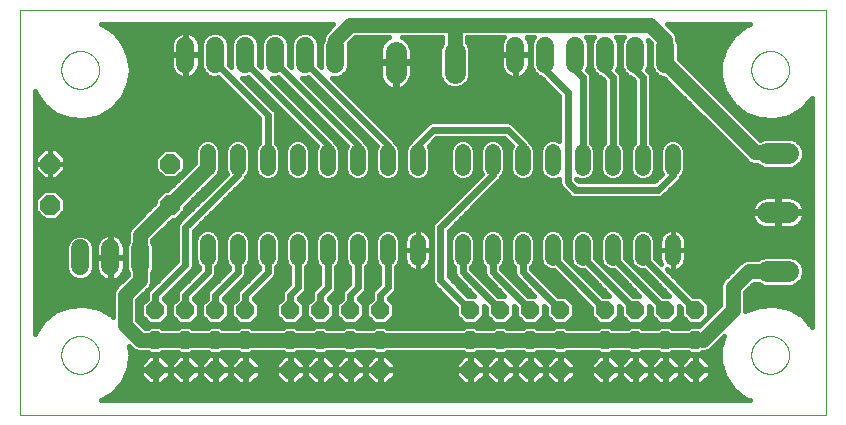
<source format=gbl>
G75*
%MOIN*%
%OFA0B0*%
%FSLAX25Y25*%
%IPPOS*%
%LPD*%
%AMOC8*
5,1,8,0,0,1.08239X$1,22.5*
%
%ADD10C,0.00000*%
%ADD11C,0.05200*%
%ADD12C,0.06000*%
%ADD13OC8,0.06000*%
%ADD14OC8,0.06600*%
%ADD15C,0.07050*%
%ADD16C,0.01600*%
%ADD17C,0.05000*%
%ADD18C,0.04000*%
%ADD19C,0.02400*%
D10*
X0001800Y0001800D02*
X0001800Y0136761D01*
X0270501Y0136761D01*
X0270501Y0001800D01*
X0001800Y0001800D01*
X0015501Y0021800D02*
X0015503Y0021958D01*
X0015509Y0022116D01*
X0015519Y0022274D01*
X0015533Y0022432D01*
X0015551Y0022589D01*
X0015572Y0022746D01*
X0015598Y0022902D01*
X0015628Y0023058D01*
X0015661Y0023213D01*
X0015699Y0023366D01*
X0015740Y0023519D01*
X0015785Y0023671D01*
X0015834Y0023822D01*
X0015887Y0023971D01*
X0015943Y0024119D01*
X0016003Y0024265D01*
X0016067Y0024410D01*
X0016135Y0024553D01*
X0016206Y0024695D01*
X0016280Y0024835D01*
X0016358Y0024972D01*
X0016440Y0025108D01*
X0016524Y0025242D01*
X0016613Y0025373D01*
X0016704Y0025502D01*
X0016799Y0025629D01*
X0016896Y0025754D01*
X0016997Y0025876D01*
X0017101Y0025995D01*
X0017208Y0026112D01*
X0017318Y0026226D01*
X0017431Y0026337D01*
X0017546Y0026446D01*
X0017664Y0026551D01*
X0017785Y0026653D01*
X0017908Y0026753D01*
X0018034Y0026849D01*
X0018162Y0026942D01*
X0018292Y0027032D01*
X0018425Y0027118D01*
X0018560Y0027202D01*
X0018696Y0027281D01*
X0018835Y0027358D01*
X0018976Y0027430D01*
X0019118Y0027500D01*
X0019262Y0027565D01*
X0019408Y0027627D01*
X0019555Y0027685D01*
X0019704Y0027740D01*
X0019854Y0027791D01*
X0020005Y0027838D01*
X0020157Y0027881D01*
X0020310Y0027920D01*
X0020465Y0027956D01*
X0020620Y0027987D01*
X0020776Y0028015D01*
X0020932Y0028039D01*
X0021089Y0028059D01*
X0021247Y0028075D01*
X0021404Y0028087D01*
X0021563Y0028095D01*
X0021721Y0028099D01*
X0021879Y0028099D01*
X0022037Y0028095D01*
X0022196Y0028087D01*
X0022353Y0028075D01*
X0022511Y0028059D01*
X0022668Y0028039D01*
X0022824Y0028015D01*
X0022980Y0027987D01*
X0023135Y0027956D01*
X0023290Y0027920D01*
X0023443Y0027881D01*
X0023595Y0027838D01*
X0023746Y0027791D01*
X0023896Y0027740D01*
X0024045Y0027685D01*
X0024192Y0027627D01*
X0024338Y0027565D01*
X0024482Y0027500D01*
X0024624Y0027430D01*
X0024765Y0027358D01*
X0024904Y0027281D01*
X0025040Y0027202D01*
X0025175Y0027118D01*
X0025308Y0027032D01*
X0025438Y0026942D01*
X0025566Y0026849D01*
X0025692Y0026753D01*
X0025815Y0026653D01*
X0025936Y0026551D01*
X0026054Y0026446D01*
X0026169Y0026337D01*
X0026282Y0026226D01*
X0026392Y0026112D01*
X0026499Y0025995D01*
X0026603Y0025876D01*
X0026704Y0025754D01*
X0026801Y0025629D01*
X0026896Y0025502D01*
X0026987Y0025373D01*
X0027076Y0025242D01*
X0027160Y0025108D01*
X0027242Y0024972D01*
X0027320Y0024835D01*
X0027394Y0024695D01*
X0027465Y0024553D01*
X0027533Y0024410D01*
X0027597Y0024265D01*
X0027657Y0024119D01*
X0027713Y0023971D01*
X0027766Y0023822D01*
X0027815Y0023671D01*
X0027860Y0023519D01*
X0027901Y0023366D01*
X0027939Y0023213D01*
X0027972Y0023058D01*
X0028002Y0022902D01*
X0028028Y0022746D01*
X0028049Y0022589D01*
X0028067Y0022432D01*
X0028081Y0022274D01*
X0028091Y0022116D01*
X0028097Y0021958D01*
X0028099Y0021800D01*
X0028097Y0021642D01*
X0028091Y0021484D01*
X0028081Y0021326D01*
X0028067Y0021168D01*
X0028049Y0021011D01*
X0028028Y0020854D01*
X0028002Y0020698D01*
X0027972Y0020542D01*
X0027939Y0020387D01*
X0027901Y0020234D01*
X0027860Y0020081D01*
X0027815Y0019929D01*
X0027766Y0019778D01*
X0027713Y0019629D01*
X0027657Y0019481D01*
X0027597Y0019335D01*
X0027533Y0019190D01*
X0027465Y0019047D01*
X0027394Y0018905D01*
X0027320Y0018765D01*
X0027242Y0018628D01*
X0027160Y0018492D01*
X0027076Y0018358D01*
X0026987Y0018227D01*
X0026896Y0018098D01*
X0026801Y0017971D01*
X0026704Y0017846D01*
X0026603Y0017724D01*
X0026499Y0017605D01*
X0026392Y0017488D01*
X0026282Y0017374D01*
X0026169Y0017263D01*
X0026054Y0017154D01*
X0025936Y0017049D01*
X0025815Y0016947D01*
X0025692Y0016847D01*
X0025566Y0016751D01*
X0025438Y0016658D01*
X0025308Y0016568D01*
X0025175Y0016482D01*
X0025040Y0016398D01*
X0024904Y0016319D01*
X0024765Y0016242D01*
X0024624Y0016170D01*
X0024482Y0016100D01*
X0024338Y0016035D01*
X0024192Y0015973D01*
X0024045Y0015915D01*
X0023896Y0015860D01*
X0023746Y0015809D01*
X0023595Y0015762D01*
X0023443Y0015719D01*
X0023290Y0015680D01*
X0023135Y0015644D01*
X0022980Y0015613D01*
X0022824Y0015585D01*
X0022668Y0015561D01*
X0022511Y0015541D01*
X0022353Y0015525D01*
X0022196Y0015513D01*
X0022037Y0015505D01*
X0021879Y0015501D01*
X0021721Y0015501D01*
X0021563Y0015505D01*
X0021404Y0015513D01*
X0021247Y0015525D01*
X0021089Y0015541D01*
X0020932Y0015561D01*
X0020776Y0015585D01*
X0020620Y0015613D01*
X0020465Y0015644D01*
X0020310Y0015680D01*
X0020157Y0015719D01*
X0020005Y0015762D01*
X0019854Y0015809D01*
X0019704Y0015860D01*
X0019555Y0015915D01*
X0019408Y0015973D01*
X0019262Y0016035D01*
X0019118Y0016100D01*
X0018976Y0016170D01*
X0018835Y0016242D01*
X0018696Y0016319D01*
X0018560Y0016398D01*
X0018425Y0016482D01*
X0018292Y0016568D01*
X0018162Y0016658D01*
X0018034Y0016751D01*
X0017908Y0016847D01*
X0017785Y0016947D01*
X0017664Y0017049D01*
X0017546Y0017154D01*
X0017431Y0017263D01*
X0017318Y0017374D01*
X0017208Y0017488D01*
X0017101Y0017605D01*
X0016997Y0017724D01*
X0016896Y0017846D01*
X0016799Y0017971D01*
X0016704Y0018098D01*
X0016613Y0018227D01*
X0016524Y0018358D01*
X0016440Y0018492D01*
X0016358Y0018628D01*
X0016280Y0018765D01*
X0016206Y0018905D01*
X0016135Y0019047D01*
X0016067Y0019190D01*
X0016003Y0019335D01*
X0015943Y0019481D01*
X0015887Y0019629D01*
X0015834Y0019778D01*
X0015785Y0019929D01*
X0015740Y0020081D01*
X0015699Y0020234D01*
X0015661Y0020387D01*
X0015628Y0020542D01*
X0015598Y0020698D01*
X0015572Y0020854D01*
X0015551Y0021011D01*
X0015533Y0021168D01*
X0015519Y0021326D01*
X0015509Y0021484D01*
X0015503Y0021642D01*
X0015501Y0021800D01*
X0015501Y0116800D02*
X0015503Y0116958D01*
X0015509Y0117116D01*
X0015519Y0117274D01*
X0015533Y0117432D01*
X0015551Y0117589D01*
X0015572Y0117746D01*
X0015598Y0117902D01*
X0015628Y0118058D01*
X0015661Y0118213D01*
X0015699Y0118366D01*
X0015740Y0118519D01*
X0015785Y0118671D01*
X0015834Y0118822D01*
X0015887Y0118971D01*
X0015943Y0119119D01*
X0016003Y0119265D01*
X0016067Y0119410D01*
X0016135Y0119553D01*
X0016206Y0119695D01*
X0016280Y0119835D01*
X0016358Y0119972D01*
X0016440Y0120108D01*
X0016524Y0120242D01*
X0016613Y0120373D01*
X0016704Y0120502D01*
X0016799Y0120629D01*
X0016896Y0120754D01*
X0016997Y0120876D01*
X0017101Y0120995D01*
X0017208Y0121112D01*
X0017318Y0121226D01*
X0017431Y0121337D01*
X0017546Y0121446D01*
X0017664Y0121551D01*
X0017785Y0121653D01*
X0017908Y0121753D01*
X0018034Y0121849D01*
X0018162Y0121942D01*
X0018292Y0122032D01*
X0018425Y0122118D01*
X0018560Y0122202D01*
X0018696Y0122281D01*
X0018835Y0122358D01*
X0018976Y0122430D01*
X0019118Y0122500D01*
X0019262Y0122565D01*
X0019408Y0122627D01*
X0019555Y0122685D01*
X0019704Y0122740D01*
X0019854Y0122791D01*
X0020005Y0122838D01*
X0020157Y0122881D01*
X0020310Y0122920D01*
X0020465Y0122956D01*
X0020620Y0122987D01*
X0020776Y0123015D01*
X0020932Y0123039D01*
X0021089Y0123059D01*
X0021247Y0123075D01*
X0021404Y0123087D01*
X0021563Y0123095D01*
X0021721Y0123099D01*
X0021879Y0123099D01*
X0022037Y0123095D01*
X0022196Y0123087D01*
X0022353Y0123075D01*
X0022511Y0123059D01*
X0022668Y0123039D01*
X0022824Y0123015D01*
X0022980Y0122987D01*
X0023135Y0122956D01*
X0023290Y0122920D01*
X0023443Y0122881D01*
X0023595Y0122838D01*
X0023746Y0122791D01*
X0023896Y0122740D01*
X0024045Y0122685D01*
X0024192Y0122627D01*
X0024338Y0122565D01*
X0024482Y0122500D01*
X0024624Y0122430D01*
X0024765Y0122358D01*
X0024904Y0122281D01*
X0025040Y0122202D01*
X0025175Y0122118D01*
X0025308Y0122032D01*
X0025438Y0121942D01*
X0025566Y0121849D01*
X0025692Y0121753D01*
X0025815Y0121653D01*
X0025936Y0121551D01*
X0026054Y0121446D01*
X0026169Y0121337D01*
X0026282Y0121226D01*
X0026392Y0121112D01*
X0026499Y0120995D01*
X0026603Y0120876D01*
X0026704Y0120754D01*
X0026801Y0120629D01*
X0026896Y0120502D01*
X0026987Y0120373D01*
X0027076Y0120242D01*
X0027160Y0120108D01*
X0027242Y0119972D01*
X0027320Y0119835D01*
X0027394Y0119695D01*
X0027465Y0119553D01*
X0027533Y0119410D01*
X0027597Y0119265D01*
X0027657Y0119119D01*
X0027713Y0118971D01*
X0027766Y0118822D01*
X0027815Y0118671D01*
X0027860Y0118519D01*
X0027901Y0118366D01*
X0027939Y0118213D01*
X0027972Y0118058D01*
X0028002Y0117902D01*
X0028028Y0117746D01*
X0028049Y0117589D01*
X0028067Y0117432D01*
X0028081Y0117274D01*
X0028091Y0117116D01*
X0028097Y0116958D01*
X0028099Y0116800D01*
X0028097Y0116642D01*
X0028091Y0116484D01*
X0028081Y0116326D01*
X0028067Y0116168D01*
X0028049Y0116011D01*
X0028028Y0115854D01*
X0028002Y0115698D01*
X0027972Y0115542D01*
X0027939Y0115387D01*
X0027901Y0115234D01*
X0027860Y0115081D01*
X0027815Y0114929D01*
X0027766Y0114778D01*
X0027713Y0114629D01*
X0027657Y0114481D01*
X0027597Y0114335D01*
X0027533Y0114190D01*
X0027465Y0114047D01*
X0027394Y0113905D01*
X0027320Y0113765D01*
X0027242Y0113628D01*
X0027160Y0113492D01*
X0027076Y0113358D01*
X0026987Y0113227D01*
X0026896Y0113098D01*
X0026801Y0112971D01*
X0026704Y0112846D01*
X0026603Y0112724D01*
X0026499Y0112605D01*
X0026392Y0112488D01*
X0026282Y0112374D01*
X0026169Y0112263D01*
X0026054Y0112154D01*
X0025936Y0112049D01*
X0025815Y0111947D01*
X0025692Y0111847D01*
X0025566Y0111751D01*
X0025438Y0111658D01*
X0025308Y0111568D01*
X0025175Y0111482D01*
X0025040Y0111398D01*
X0024904Y0111319D01*
X0024765Y0111242D01*
X0024624Y0111170D01*
X0024482Y0111100D01*
X0024338Y0111035D01*
X0024192Y0110973D01*
X0024045Y0110915D01*
X0023896Y0110860D01*
X0023746Y0110809D01*
X0023595Y0110762D01*
X0023443Y0110719D01*
X0023290Y0110680D01*
X0023135Y0110644D01*
X0022980Y0110613D01*
X0022824Y0110585D01*
X0022668Y0110561D01*
X0022511Y0110541D01*
X0022353Y0110525D01*
X0022196Y0110513D01*
X0022037Y0110505D01*
X0021879Y0110501D01*
X0021721Y0110501D01*
X0021563Y0110505D01*
X0021404Y0110513D01*
X0021247Y0110525D01*
X0021089Y0110541D01*
X0020932Y0110561D01*
X0020776Y0110585D01*
X0020620Y0110613D01*
X0020465Y0110644D01*
X0020310Y0110680D01*
X0020157Y0110719D01*
X0020005Y0110762D01*
X0019854Y0110809D01*
X0019704Y0110860D01*
X0019555Y0110915D01*
X0019408Y0110973D01*
X0019262Y0111035D01*
X0019118Y0111100D01*
X0018976Y0111170D01*
X0018835Y0111242D01*
X0018696Y0111319D01*
X0018560Y0111398D01*
X0018425Y0111482D01*
X0018292Y0111568D01*
X0018162Y0111658D01*
X0018034Y0111751D01*
X0017908Y0111847D01*
X0017785Y0111947D01*
X0017664Y0112049D01*
X0017546Y0112154D01*
X0017431Y0112263D01*
X0017318Y0112374D01*
X0017208Y0112488D01*
X0017101Y0112605D01*
X0016997Y0112724D01*
X0016896Y0112846D01*
X0016799Y0112971D01*
X0016704Y0113098D01*
X0016613Y0113227D01*
X0016524Y0113358D01*
X0016440Y0113492D01*
X0016358Y0113628D01*
X0016280Y0113765D01*
X0016206Y0113905D01*
X0016135Y0114047D01*
X0016067Y0114190D01*
X0016003Y0114335D01*
X0015943Y0114481D01*
X0015887Y0114629D01*
X0015834Y0114778D01*
X0015785Y0114929D01*
X0015740Y0115081D01*
X0015699Y0115234D01*
X0015661Y0115387D01*
X0015628Y0115542D01*
X0015598Y0115698D01*
X0015572Y0115854D01*
X0015551Y0116011D01*
X0015533Y0116168D01*
X0015519Y0116326D01*
X0015509Y0116484D01*
X0015503Y0116642D01*
X0015501Y0116800D01*
X0245501Y0116800D02*
X0245503Y0116958D01*
X0245509Y0117116D01*
X0245519Y0117274D01*
X0245533Y0117432D01*
X0245551Y0117589D01*
X0245572Y0117746D01*
X0245598Y0117902D01*
X0245628Y0118058D01*
X0245661Y0118213D01*
X0245699Y0118366D01*
X0245740Y0118519D01*
X0245785Y0118671D01*
X0245834Y0118822D01*
X0245887Y0118971D01*
X0245943Y0119119D01*
X0246003Y0119265D01*
X0246067Y0119410D01*
X0246135Y0119553D01*
X0246206Y0119695D01*
X0246280Y0119835D01*
X0246358Y0119972D01*
X0246440Y0120108D01*
X0246524Y0120242D01*
X0246613Y0120373D01*
X0246704Y0120502D01*
X0246799Y0120629D01*
X0246896Y0120754D01*
X0246997Y0120876D01*
X0247101Y0120995D01*
X0247208Y0121112D01*
X0247318Y0121226D01*
X0247431Y0121337D01*
X0247546Y0121446D01*
X0247664Y0121551D01*
X0247785Y0121653D01*
X0247908Y0121753D01*
X0248034Y0121849D01*
X0248162Y0121942D01*
X0248292Y0122032D01*
X0248425Y0122118D01*
X0248560Y0122202D01*
X0248696Y0122281D01*
X0248835Y0122358D01*
X0248976Y0122430D01*
X0249118Y0122500D01*
X0249262Y0122565D01*
X0249408Y0122627D01*
X0249555Y0122685D01*
X0249704Y0122740D01*
X0249854Y0122791D01*
X0250005Y0122838D01*
X0250157Y0122881D01*
X0250310Y0122920D01*
X0250465Y0122956D01*
X0250620Y0122987D01*
X0250776Y0123015D01*
X0250932Y0123039D01*
X0251089Y0123059D01*
X0251247Y0123075D01*
X0251404Y0123087D01*
X0251563Y0123095D01*
X0251721Y0123099D01*
X0251879Y0123099D01*
X0252037Y0123095D01*
X0252196Y0123087D01*
X0252353Y0123075D01*
X0252511Y0123059D01*
X0252668Y0123039D01*
X0252824Y0123015D01*
X0252980Y0122987D01*
X0253135Y0122956D01*
X0253290Y0122920D01*
X0253443Y0122881D01*
X0253595Y0122838D01*
X0253746Y0122791D01*
X0253896Y0122740D01*
X0254045Y0122685D01*
X0254192Y0122627D01*
X0254338Y0122565D01*
X0254482Y0122500D01*
X0254624Y0122430D01*
X0254765Y0122358D01*
X0254904Y0122281D01*
X0255040Y0122202D01*
X0255175Y0122118D01*
X0255308Y0122032D01*
X0255438Y0121942D01*
X0255566Y0121849D01*
X0255692Y0121753D01*
X0255815Y0121653D01*
X0255936Y0121551D01*
X0256054Y0121446D01*
X0256169Y0121337D01*
X0256282Y0121226D01*
X0256392Y0121112D01*
X0256499Y0120995D01*
X0256603Y0120876D01*
X0256704Y0120754D01*
X0256801Y0120629D01*
X0256896Y0120502D01*
X0256987Y0120373D01*
X0257076Y0120242D01*
X0257160Y0120108D01*
X0257242Y0119972D01*
X0257320Y0119835D01*
X0257394Y0119695D01*
X0257465Y0119553D01*
X0257533Y0119410D01*
X0257597Y0119265D01*
X0257657Y0119119D01*
X0257713Y0118971D01*
X0257766Y0118822D01*
X0257815Y0118671D01*
X0257860Y0118519D01*
X0257901Y0118366D01*
X0257939Y0118213D01*
X0257972Y0118058D01*
X0258002Y0117902D01*
X0258028Y0117746D01*
X0258049Y0117589D01*
X0258067Y0117432D01*
X0258081Y0117274D01*
X0258091Y0117116D01*
X0258097Y0116958D01*
X0258099Y0116800D01*
X0258097Y0116642D01*
X0258091Y0116484D01*
X0258081Y0116326D01*
X0258067Y0116168D01*
X0258049Y0116011D01*
X0258028Y0115854D01*
X0258002Y0115698D01*
X0257972Y0115542D01*
X0257939Y0115387D01*
X0257901Y0115234D01*
X0257860Y0115081D01*
X0257815Y0114929D01*
X0257766Y0114778D01*
X0257713Y0114629D01*
X0257657Y0114481D01*
X0257597Y0114335D01*
X0257533Y0114190D01*
X0257465Y0114047D01*
X0257394Y0113905D01*
X0257320Y0113765D01*
X0257242Y0113628D01*
X0257160Y0113492D01*
X0257076Y0113358D01*
X0256987Y0113227D01*
X0256896Y0113098D01*
X0256801Y0112971D01*
X0256704Y0112846D01*
X0256603Y0112724D01*
X0256499Y0112605D01*
X0256392Y0112488D01*
X0256282Y0112374D01*
X0256169Y0112263D01*
X0256054Y0112154D01*
X0255936Y0112049D01*
X0255815Y0111947D01*
X0255692Y0111847D01*
X0255566Y0111751D01*
X0255438Y0111658D01*
X0255308Y0111568D01*
X0255175Y0111482D01*
X0255040Y0111398D01*
X0254904Y0111319D01*
X0254765Y0111242D01*
X0254624Y0111170D01*
X0254482Y0111100D01*
X0254338Y0111035D01*
X0254192Y0110973D01*
X0254045Y0110915D01*
X0253896Y0110860D01*
X0253746Y0110809D01*
X0253595Y0110762D01*
X0253443Y0110719D01*
X0253290Y0110680D01*
X0253135Y0110644D01*
X0252980Y0110613D01*
X0252824Y0110585D01*
X0252668Y0110561D01*
X0252511Y0110541D01*
X0252353Y0110525D01*
X0252196Y0110513D01*
X0252037Y0110505D01*
X0251879Y0110501D01*
X0251721Y0110501D01*
X0251563Y0110505D01*
X0251404Y0110513D01*
X0251247Y0110525D01*
X0251089Y0110541D01*
X0250932Y0110561D01*
X0250776Y0110585D01*
X0250620Y0110613D01*
X0250465Y0110644D01*
X0250310Y0110680D01*
X0250157Y0110719D01*
X0250005Y0110762D01*
X0249854Y0110809D01*
X0249704Y0110860D01*
X0249555Y0110915D01*
X0249408Y0110973D01*
X0249262Y0111035D01*
X0249118Y0111100D01*
X0248976Y0111170D01*
X0248835Y0111242D01*
X0248696Y0111319D01*
X0248560Y0111398D01*
X0248425Y0111482D01*
X0248292Y0111568D01*
X0248162Y0111658D01*
X0248034Y0111751D01*
X0247908Y0111847D01*
X0247785Y0111947D01*
X0247664Y0112049D01*
X0247546Y0112154D01*
X0247431Y0112263D01*
X0247318Y0112374D01*
X0247208Y0112488D01*
X0247101Y0112605D01*
X0246997Y0112724D01*
X0246896Y0112846D01*
X0246799Y0112971D01*
X0246704Y0113098D01*
X0246613Y0113227D01*
X0246524Y0113358D01*
X0246440Y0113492D01*
X0246358Y0113628D01*
X0246280Y0113765D01*
X0246206Y0113905D01*
X0246135Y0114047D01*
X0246067Y0114190D01*
X0246003Y0114335D01*
X0245943Y0114481D01*
X0245887Y0114629D01*
X0245834Y0114778D01*
X0245785Y0114929D01*
X0245740Y0115081D01*
X0245699Y0115234D01*
X0245661Y0115387D01*
X0245628Y0115542D01*
X0245598Y0115698D01*
X0245572Y0115854D01*
X0245551Y0116011D01*
X0245533Y0116168D01*
X0245519Y0116326D01*
X0245509Y0116484D01*
X0245503Y0116642D01*
X0245501Y0116800D01*
X0245501Y0021800D02*
X0245503Y0021958D01*
X0245509Y0022116D01*
X0245519Y0022274D01*
X0245533Y0022432D01*
X0245551Y0022589D01*
X0245572Y0022746D01*
X0245598Y0022902D01*
X0245628Y0023058D01*
X0245661Y0023213D01*
X0245699Y0023366D01*
X0245740Y0023519D01*
X0245785Y0023671D01*
X0245834Y0023822D01*
X0245887Y0023971D01*
X0245943Y0024119D01*
X0246003Y0024265D01*
X0246067Y0024410D01*
X0246135Y0024553D01*
X0246206Y0024695D01*
X0246280Y0024835D01*
X0246358Y0024972D01*
X0246440Y0025108D01*
X0246524Y0025242D01*
X0246613Y0025373D01*
X0246704Y0025502D01*
X0246799Y0025629D01*
X0246896Y0025754D01*
X0246997Y0025876D01*
X0247101Y0025995D01*
X0247208Y0026112D01*
X0247318Y0026226D01*
X0247431Y0026337D01*
X0247546Y0026446D01*
X0247664Y0026551D01*
X0247785Y0026653D01*
X0247908Y0026753D01*
X0248034Y0026849D01*
X0248162Y0026942D01*
X0248292Y0027032D01*
X0248425Y0027118D01*
X0248560Y0027202D01*
X0248696Y0027281D01*
X0248835Y0027358D01*
X0248976Y0027430D01*
X0249118Y0027500D01*
X0249262Y0027565D01*
X0249408Y0027627D01*
X0249555Y0027685D01*
X0249704Y0027740D01*
X0249854Y0027791D01*
X0250005Y0027838D01*
X0250157Y0027881D01*
X0250310Y0027920D01*
X0250465Y0027956D01*
X0250620Y0027987D01*
X0250776Y0028015D01*
X0250932Y0028039D01*
X0251089Y0028059D01*
X0251247Y0028075D01*
X0251404Y0028087D01*
X0251563Y0028095D01*
X0251721Y0028099D01*
X0251879Y0028099D01*
X0252037Y0028095D01*
X0252196Y0028087D01*
X0252353Y0028075D01*
X0252511Y0028059D01*
X0252668Y0028039D01*
X0252824Y0028015D01*
X0252980Y0027987D01*
X0253135Y0027956D01*
X0253290Y0027920D01*
X0253443Y0027881D01*
X0253595Y0027838D01*
X0253746Y0027791D01*
X0253896Y0027740D01*
X0254045Y0027685D01*
X0254192Y0027627D01*
X0254338Y0027565D01*
X0254482Y0027500D01*
X0254624Y0027430D01*
X0254765Y0027358D01*
X0254904Y0027281D01*
X0255040Y0027202D01*
X0255175Y0027118D01*
X0255308Y0027032D01*
X0255438Y0026942D01*
X0255566Y0026849D01*
X0255692Y0026753D01*
X0255815Y0026653D01*
X0255936Y0026551D01*
X0256054Y0026446D01*
X0256169Y0026337D01*
X0256282Y0026226D01*
X0256392Y0026112D01*
X0256499Y0025995D01*
X0256603Y0025876D01*
X0256704Y0025754D01*
X0256801Y0025629D01*
X0256896Y0025502D01*
X0256987Y0025373D01*
X0257076Y0025242D01*
X0257160Y0025108D01*
X0257242Y0024972D01*
X0257320Y0024835D01*
X0257394Y0024695D01*
X0257465Y0024553D01*
X0257533Y0024410D01*
X0257597Y0024265D01*
X0257657Y0024119D01*
X0257713Y0023971D01*
X0257766Y0023822D01*
X0257815Y0023671D01*
X0257860Y0023519D01*
X0257901Y0023366D01*
X0257939Y0023213D01*
X0257972Y0023058D01*
X0258002Y0022902D01*
X0258028Y0022746D01*
X0258049Y0022589D01*
X0258067Y0022432D01*
X0258081Y0022274D01*
X0258091Y0022116D01*
X0258097Y0021958D01*
X0258099Y0021800D01*
X0258097Y0021642D01*
X0258091Y0021484D01*
X0258081Y0021326D01*
X0258067Y0021168D01*
X0258049Y0021011D01*
X0258028Y0020854D01*
X0258002Y0020698D01*
X0257972Y0020542D01*
X0257939Y0020387D01*
X0257901Y0020234D01*
X0257860Y0020081D01*
X0257815Y0019929D01*
X0257766Y0019778D01*
X0257713Y0019629D01*
X0257657Y0019481D01*
X0257597Y0019335D01*
X0257533Y0019190D01*
X0257465Y0019047D01*
X0257394Y0018905D01*
X0257320Y0018765D01*
X0257242Y0018628D01*
X0257160Y0018492D01*
X0257076Y0018358D01*
X0256987Y0018227D01*
X0256896Y0018098D01*
X0256801Y0017971D01*
X0256704Y0017846D01*
X0256603Y0017724D01*
X0256499Y0017605D01*
X0256392Y0017488D01*
X0256282Y0017374D01*
X0256169Y0017263D01*
X0256054Y0017154D01*
X0255936Y0017049D01*
X0255815Y0016947D01*
X0255692Y0016847D01*
X0255566Y0016751D01*
X0255438Y0016658D01*
X0255308Y0016568D01*
X0255175Y0016482D01*
X0255040Y0016398D01*
X0254904Y0016319D01*
X0254765Y0016242D01*
X0254624Y0016170D01*
X0254482Y0016100D01*
X0254338Y0016035D01*
X0254192Y0015973D01*
X0254045Y0015915D01*
X0253896Y0015860D01*
X0253746Y0015809D01*
X0253595Y0015762D01*
X0253443Y0015719D01*
X0253290Y0015680D01*
X0253135Y0015644D01*
X0252980Y0015613D01*
X0252824Y0015585D01*
X0252668Y0015561D01*
X0252511Y0015541D01*
X0252353Y0015525D01*
X0252196Y0015513D01*
X0252037Y0015505D01*
X0251879Y0015501D01*
X0251721Y0015501D01*
X0251563Y0015505D01*
X0251404Y0015513D01*
X0251247Y0015525D01*
X0251089Y0015541D01*
X0250932Y0015561D01*
X0250776Y0015585D01*
X0250620Y0015613D01*
X0250465Y0015644D01*
X0250310Y0015680D01*
X0250157Y0015719D01*
X0250005Y0015762D01*
X0249854Y0015809D01*
X0249704Y0015860D01*
X0249555Y0015915D01*
X0249408Y0015973D01*
X0249262Y0016035D01*
X0249118Y0016100D01*
X0248976Y0016170D01*
X0248835Y0016242D01*
X0248696Y0016319D01*
X0248560Y0016398D01*
X0248425Y0016482D01*
X0248292Y0016568D01*
X0248162Y0016658D01*
X0248034Y0016751D01*
X0247908Y0016847D01*
X0247785Y0016947D01*
X0247664Y0017049D01*
X0247546Y0017154D01*
X0247431Y0017263D01*
X0247318Y0017374D01*
X0247208Y0017488D01*
X0247101Y0017605D01*
X0246997Y0017724D01*
X0246896Y0017846D01*
X0246799Y0017971D01*
X0246704Y0018098D01*
X0246613Y0018227D01*
X0246524Y0018358D01*
X0246440Y0018492D01*
X0246358Y0018628D01*
X0246280Y0018765D01*
X0246206Y0018905D01*
X0246135Y0019047D01*
X0246067Y0019190D01*
X0246003Y0019335D01*
X0245943Y0019481D01*
X0245887Y0019629D01*
X0245834Y0019778D01*
X0245785Y0019929D01*
X0245740Y0020081D01*
X0245699Y0020234D01*
X0245661Y0020387D01*
X0245628Y0020542D01*
X0245598Y0020698D01*
X0245572Y0020854D01*
X0245551Y0021011D01*
X0245533Y0021168D01*
X0245519Y0021326D01*
X0245509Y0021484D01*
X0245503Y0021642D01*
X0245501Y0021800D01*
D11*
X0219300Y0054200D02*
X0219300Y0059400D01*
X0209300Y0059400D02*
X0209300Y0054200D01*
X0199300Y0054200D02*
X0199300Y0059400D01*
X0189300Y0059400D02*
X0189300Y0054200D01*
X0179300Y0054200D02*
X0179300Y0059400D01*
X0169300Y0059400D02*
X0169300Y0054200D01*
X0159300Y0054200D02*
X0159300Y0059400D01*
X0149300Y0059400D02*
X0149300Y0054200D01*
X0134300Y0054200D02*
X0134300Y0059400D01*
X0124300Y0059400D02*
X0124300Y0054200D01*
X0114300Y0054200D02*
X0114300Y0059400D01*
X0104300Y0059400D02*
X0104300Y0054200D01*
X0094300Y0054200D02*
X0094300Y0059400D01*
X0084300Y0059400D02*
X0084300Y0054200D01*
X0074300Y0054200D02*
X0074300Y0059400D01*
X0064300Y0059400D02*
X0064300Y0054200D01*
X0064300Y0084200D02*
X0064300Y0089400D01*
X0074300Y0089400D02*
X0074300Y0084200D01*
X0084300Y0084200D02*
X0084300Y0089400D01*
X0094300Y0089400D02*
X0094300Y0084200D01*
X0104300Y0084200D02*
X0104300Y0089400D01*
X0114300Y0089400D02*
X0114300Y0084200D01*
X0124300Y0084200D02*
X0124300Y0089400D01*
X0134300Y0089400D02*
X0134300Y0084200D01*
X0149300Y0084200D02*
X0149300Y0089400D01*
X0159300Y0089400D02*
X0159300Y0084200D01*
X0169300Y0084200D02*
X0169300Y0089400D01*
X0179300Y0089400D02*
X0179300Y0084200D01*
X0189300Y0084200D02*
X0189300Y0089400D01*
X0199300Y0089400D02*
X0199300Y0084200D01*
X0209300Y0084200D02*
X0209300Y0089400D01*
X0219300Y0089400D02*
X0219300Y0084200D01*
D12*
X0216800Y0118800D02*
X0216800Y0124800D01*
X0206800Y0124800D02*
X0206800Y0118800D01*
X0196800Y0118800D02*
X0196800Y0124800D01*
X0186800Y0124800D02*
X0186800Y0118800D01*
X0176800Y0118800D02*
X0176800Y0124800D01*
X0166800Y0124800D02*
X0166800Y0118800D01*
X0106800Y0118800D02*
X0106800Y0124800D01*
X0096800Y0124800D02*
X0096800Y0118800D01*
X0086800Y0118800D02*
X0086800Y0124800D01*
X0076800Y0124800D02*
X0076800Y0118800D01*
X0066800Y0118800D02*
X0066800Y0124800D01*
X0056800Y0124800D02*
X0056800Y0118800D01*
X0041800Y0057300D02*
X0041800Y0051300D01*
X0031800Y0051300D02*
X0031800Y0057300D01*
X0021800Y0057300D02*
X0021800Y0051300D01*
D13*
X0046800Y0036800D03*
X0056800Y0036800D03*
X0066800Y0036800D03*
X0076800Y0036800D03*
X0091800Y0036800D03*
X0101800Y0036800D03*
X0111800Y0036800D03*
X0121800Y0036800D03*
X0121800Y0026800D03*
X0121800Y0026800D03*
X0111800Y0026800D03*
X0111800Y0026800D03*
X0101800Y0026800D03*
X0101800Y0026800D03*
X0091800Y0026800D03*
X0091800Y0026800D03*
X0076800Y0026800D03*
X0076800Y0026800D03*
X0066800Y0026800D03*
X0066800Y0026800D03*
X0056800Y0026800D03*
X0056800Y0026800D03*
X0046800Y0026800D03*
X0046800Y0026800D03*
X0046800Y0016800D03*
X0056800Y0016800D03*
X0066800Y0016800D03*
X0076800Y0016800D03*
X0091800Y0016800D03*
X0101800Y0016800D03*
X0111800Y0016800D03*
X0121800Y0016800D03*
X0151800Y0016800D03*
X0161800Y0016800D03*
X0171800Y0016800D03*
X0181800Y0016800D03*
X0196800Y0016800D03*
X0206800Y0016800D03*
X0216800Y0016800D03*
X0226800Y0016800D03*
X0226800Y0026800D03*
X0226800Y0026800D03*
X0216800Y0026800D03*
X0216800Y0026800D03*
X0206800Y0026800D03*
X0206800Y0026800D03*
X0196800Y0026800D03*
X0196800Y0026800D03*
X0181800Y0026800D03*
X0181800Y0026800D03*
X0171800Y0026800D03*
X0171800Y0026800D03*
X0161800Y0026800D03*
X0161800Y0026800D03*
X0151800Y0026800D03*
X0151800Y0026800D03*
X0151800Y0036800D03*
X0161800Y0036800D03*
X0171800Y0036800D03*
X0181800Y0036800D03*
X0196800Y0036800D03*
X0206800Y0036800D03*
X0216800Y0036800D03*
X0226800Y0036800D03*
D14*
X0051800Y0071800D03*
X0051800Y0085550D03*
X0011800Y0085550D03*
X0011800Y0071800D03*
D15*
X0126957Y0115775D02*
X0126957Y0122825D01*
X0146643Y0122825D02*
X0146643Y0115775D01*
X0250854Y0088985D02*
X0257904Y0088985D01*
X0257904Y0069300D02*
X0250854Y0069300D01*
X0250854Y0049615D02*
X0257904Y0049615D01*
D16*
X0263029Y0049755D02*
X0265701Y0049755D01*
X0265701Y0048157D02*
X0262847Y0048157D01*
X0263029Y0048596D02*
X0262248Y0046712D01*
X0260807Y0045270D01*
X0258923Y0044490D01*
X0249834Y0044490D01*
X0247951Y0045270D01*
X0247706Y0045515D01*
X0246313Y0045515D01*
X0243400Y0042602D01*
X0243400Y0036349D01*
X0243400Y0036349D01*
X0243400Y0036349D01*
X0248062Y0038179D01*
X0248062Y0038179D01*
X0253055Y0038553D01*
X0253055Y0038553D01*
X0257938Y0037439D01*
X0257938Y0037439D01*
X0262275Y0034935D01*
X0262275Y0034935D01*
X0265681Y0031264D01*
X0265681Y0031264D01*
X0265701Y0031222D01*
X0265701Y0107378D01*
X0265681Y0107336D01*
X0265681Y0107336D01*
X0262275Y0103665D01*
X0262275Y0103665D01*
X0257938Y0101161D01*
X0257938Y0101161D01*
X0253055Y0100047D01*
X0253055Y0100047D01*
X0248062Y0100421D01*
X0248062Y0100421D01*
X0243400Y0102251D01*
X0243400Y0102251D01*
X0239485Y0105373D01*
X0239485Y0105373D01*
X0239485Y0105373D01*
X0236664Y0109511D01*
X0236664Y0109511D01*
X0235188Y0114296D01*
X0235188Y0119304D01*
X0236664Y0124089D01*
X0239485Y0128227D01*
X0239485Y0128227D01*
X0243400Y0131349D01*
X0243400Y0131349D01*
X0244958Y0131961D01*
X0217438Y0131961D01*
X0219122Y0130276D01*
X0220276Y0129122D01*
X0220900Y0127616D01*
X0220900Y0126922D01*
X0221400Y0125715D01*
X0221400Y0120498D01*
X0248387Y0093511D01*
X0249834Y0094110D01*
X0258923Y0094110D01*
X0260807Y0093330D01*
X0262248Y0091888D01*
X0263029Y0090004D01*
X0263029Y0087966D01*
X0262248Y0086082D01*
X0260807Y0084640D01*
X0258923Y0083860D01*
X0249834Y0083860D01*
X0247951Y0084640D01*
X0247391Y0085200D01*
X0245984Y0085200D01*
X0244478Y0085824D01*
X0243324Y0086978D01*
X0243324Y0086978D01*
X0216102Y0114200D01*
X0215885Y0114200D01*
X0214194Y0114900D01*
X0212900Y0116194D01*
X0212200Y0117885D01*
X0212200Y0125602D01*
X0210914Y0126887D01*
X0211400Y0125715D01*
X0211400Y0117885D01*
X0210895Y0116665D01*
X0211674Y0115886D01*
X0212100Y0114857D01*
X0212100Y0092540D01*
X0212861Y0091779D01*
X0213500Y0090235D01*
X0213500Y0083365D01*
X0212861Y0081821D01*
X0211679Y0080639D01*
X0210135Y0080000D01*
X0208465Y0080000D01*
X0206921Y0080639D01*
X0205739Y0081821D01*
X0205100Y0083365D01*
X0205100Y0090235D01*
X0205739Y0091779D01*
X0206500Y0092540D01*
X0206500Y0113140D01*
X0205126Y0114515D01*
X0204194Y0114900D01*
X0202900Y0116194D01*
X0202200Y0117885D01*
X0202200Y0125715D01*
X0202900Y0127406D01*
X0203195Y0127700D01*
X0200405Y0127700D01*
X0200700Y0127406D01*
X0201400Y0125715D01*
X0201400Y0117885D01*
X0200895Y0116665D01*
X0201674Y0115886D01*
X0202100Y0114857D01*
X0202100Y0092540D01*
X0202861Y0091779D01*
X0203500Y0090235D01*
X0203500Y0083365D01*
X0202861Y0081821D01*
X0201679Y0080639D01*
X0200135Y0080000D01*
X0198465Y0080000D01*
X0196921Y0080639D01*
X0195739Y0081821D01*
X0195100Y0083365D01*
X0195100Y0090235D01*
X0195739Y0091779D01*
X0196500Y0092540D01*
X0196500Y0113140D01*
X0195126Y0114515D01*
X0194194Y0114900D01*
X0192900Y0116194D01*
X0192200Y0117885D01*
X0192200Y0125715D01*
X0192900Y0127406D01*
X0193195Y0127700D01*
X0190405Y0127700D01*
X0190700Y0127406D01*
X0191400Y0125715D01*
X0191400Y0117885D01*
X0190895Y0116665D01*
X0191674Y0115886D01*
X0192100Y0114857D01*
X0192100Y0092540D01*
X0192861Y0091779D01*
X0193500Y0090235D01*
X0193500Y0083365D01*
X0192861Y0081821D01*
X0191679Y0080639D01*
X0190135Y0080000D01*
X0188465Y0080000D01*
X0187100Y0080565D01*
X0187100Y0080460D01*
X0187960Y0079600D01*
X0213140Y0079600D01*
X0215629Y0082088D01*
X0215100Y0083365D01*
X0215100Y0090235D01*
X0215739Y0091779D01*
X0216921Y0092961D01*
X0218465Y0093600D01*
X0220135Y0093600D01*
X0221679Y0092961D01*
X0222861Y0091779D01*
X0223500Y0090235D01*
X0223500Y0083365D01*
X0222861Y0081821D01*
X0221971Y0080931D01*
X0221674Y0080214D01*
X0216674Y0075214D01*
X0215886Y0074426D01*
X0214857Y0074000D01*
X0186243Y0074000D01*
X0185214Y0074426D01*
X0182714Y0076926D01*
X0181926Y0077714D01*
X0181500Y0078743D01*
X0181500Y0080565D01*
X0180135Y0080000D01*
X0178465Y0080000D01*
X0176921Y0080639D01*
X0175739Y0081821D01*
X0175100Y0083365D01*
X0175100Y0090235D01*
X0175739Y0091779D01*
X0176921Y0092961D01*
X0178465Y0093600D01*
X0180135Y0093600D01*
X0181500Y0093035D01*
X0181500Y0108140D01*
X0175214Y0114426D01*
X0175126Y0114515D01*
X0174194Y0114900D01*
X0172900Y0116194D01*
X0172200Y0117885D01*
X0172200Y0125715D01*
X0172900Y0127406D01*
X0173195Y0127700D01*
X0170626Y0127700D01*
X0170905Y0127316D01*
X0171248Y0126643D01*
X0171482Y0125924D01*
X0171600Y0125178D01*
X0171600Y0122000D01*
X0167000Y0122000D01*
X0167000Y0121600D01*
X0171600Y0121600D01*
X0171600Y0118422D01*
X0171482Y0117676D01*
X0171248Y0116957D01*
X0170905Y0116284D01*
X0170461Y0115673D01*
X0169927Y0115139D01*
X0169316Y0114695D01*
X0168643Y0114352D01*
X0167924Y0114118D01*
X0167178Y0114000D01*
X0167000Y0114000D01*
X0167000Y0121600D01*
X0166600Y0121600D01*
X0166600Y0114000D01*
X0166422Y0114000D01*
X0165676Y0114118D01*
X0164957Y0114352D01*
X0164284Y0114695D01*
X0163673Y0115139D01*
X0163139Y0115673D01*
X0162695Y0116284D01*
X0162352Y0116957D01*
X0162118Y0117676D01*
X0162000Y0118422D01*
X0162000Y0121600D01*
X0166600Y0121600D01*
X0166600Y0122000D01*
X0162000Y0122000D01*
X0162000Y0125178D01*
X0162118Y0125924D01*
X0162352Y0126643D01*
X0162695Y0127316D01*
X0162974Y0127700D01*
X0150743Y0127700D01*
X0150743Y0125973D01*
X0150987Y0125728D01*
X0151768Y0123844D01*
X0151768Y0114756D01*
X0150987Y0112872D01*
X0149546Y0111430D01*
X0147662Y0110650D01*
X0145623Y0110650D01*
X0143739Y0111430D01*
X0142298Y0112872D01*
X0141518Y0114756D01*
X0141518Y0123844D01*
X0142298Y0125728D01*
X0142543Y0125973D01*
X0142543Y0127700D01*
X0129119Y0127700D01*
X0129748Y0127379D01*
X0130426Y0126887D01*
X0131019Y0126294D01*
X0131512Y0125616D01*
X0131892Y0124869D01*
X0132151Y0124072D01*
X0132282Y0123244D01*
X0132282Y0119675D01*
X0127333Y0119675D01*
X0127333Y0118925D01*
X0132282Y0118925D01*
X0132282Y0115356D01*
X0132151Y0114528D01*
X0131892Y0113731D01*
X0131512Y0112984D01*
X0131019Y0112306D01*
X0130426Y0111713D01*
X0129748Y0111221D01*
X0129002Y0110840D01*
X0128204Y0110581D01*
X0127377Y0110450D01*
X0127332Y0110450D01*
X0127332Y0118925D01*
X0126582Y0118925D01*
X0121632Y0118925D01*
X0121632Y0115356D01*
X0121764Y0114528D01*
X0122023Y0113731D01*
X0122403Y0112984D01*
X0122896Y0112306D01*
X0123488Y0111713D01*
X0124167Y0111221D01*
X0124913Y0110840D01*
X0125711Y0110581D01*
X0126538Y0110450D01*
X0126582Y0110450D01*
X0126582Y0118925D01*
X0126582Y0119675D01*
X0121632Y0119675D01*
X0121632Y0123244D01*
X0121764Y0124072D01*
X0122023Y0124869D01*
X0122403Y0125616D01*
X0122896Y0126294D01*
X0123488Y0126887D01*
X0124167Y0127379D01*
X0124796Y0127700D01*
X0113498Y0127700D01*
X0111400Y0125602D01*
X0111400Y0117885D01*
X0110700Y0116194D01*
X0109406Y0114900D01*
X0107715Y0114200D01*
X0105885Y0114200D01*
X0105842Y0114218D01*
X0125886Y0094174D01*
X0126674Y0093386D01*
X0126971Y0092669D01*
X0127861Y0091779D01*
X0128500Y0090235D01*
X0128500Y0083365D01*
X0127861Y0081821D01*
X0126679Y0080639D01*
X0125135Y0080000D01*
X0123465Y0080000D01*
X0121921Y0080639D01*
X0120739Y0081821D01*
X0120100Y0083365D01*
X0120100Y0090235D01*
X0120629Y0091512D01*
X0097874Y0114266D01*
X0097715Y0114200D01*
X0095885Y0114200D01*
X0095842Y0114218D01*
X0115886Y0094174D01*
X0116674Y0093386D01*
X0116971Y0092669D01*
X0117861Y0091779D01*
X0118500Y0090235D01*
X0118500Y0083365D01*
X0117861Y0081821D01*
X0116679Y0080639D01*
X0115135Y0080000D01*
X0113465Y0080000D01*
X0111921Y0080639D01*
X0110739Y0081821D01*
X0110100Y0083365D01*
X0110100Y0090235D01*
X0110629Y0091512D01*
X0087874Y0114266D01*
X0087715Y0114200D01*
X0085885Y0114200D01*
X0085842Y0114218D01*
X0105886Y0094174D01*
X0106674Y0093386D01*
X0106971Y0092669D01*
X0107861Y0091779D01*
X0108500Y0090235D01*
X0108500Y0083365D01*
X0107861Y0081821D01*
X0106679Y0080639D01*
X0105135Y0080000D01*
X0103465Y0080000D01*
X0101921Y0080639D01*
X0100739Y0081821D01*
X0100100Y0083365D01*
X0100100Y0090235D01*
X0100629Y0091512D01*
X0077874Y0114266D01*
X0077715Y0114200D01*
X0075885Y0114200D01*
X0075842Y0114218D01*
X0085886Y0104174D01*
X0086674Y0103386D01*
X0087100Y0102357D01*
X0087100Y0092540D01*
X0087861Y0091779D01*
X0088500Y0090235D01*
X0088500Y0083365D01*
X0087861Y0081821D01*
X0086679Y0080639D01*
X0085135Y0080000D01*
X0083465Y0080000D01*
X0081921Y0080639D01*
X0080739Y0081821D01*
X0080100Y0083365D01*
X0080100Y0090235D01*
X0080739Y0091779D01*
X0081500Y0092540D01*
X0081500Y0100640D01*
X0067874Y0114266D01*
X0067715Y0114200D01*
X0065885Y0114200D01*
X0064194Y0114900D01*
X0062900Y0116194D01*
X0062200Y0117885D01*
X0062200Y0125715D01*
X0062900Y0127406D01*
X0064194Y0128700D01*
X0065885Y0129400D01*
X0067715Y0129400D01*
X0069406Y0128700D01*
X0070700Y0127406D01*
X0071400Y0125715D01*
X0071400Y0118660D01*
X0072218Y0117842D01*
X0072200Y0117885D01*
X0072200Y0125715D01*
X0072900Y0127406D01*
X0074194Y0128700D01*
X0075885Y0129400D01*
X0077715Y0129400D01*
X0079406Y0128700D01*
X0080700Y0127406D01*
X0081400Y0125715D01*
X0081400Y0118660D01*
X0082218Y0117842D01*
X0082200Y0117885D01*
X0082200Y0125715D01*
X0082900Y0127406D01*
X0084194Y0128700D01*
X0085885Y0129400D01*
X0087715Y0129400D01*
X0089406Y0128700D01*
X0090700Y0127406D01*
X0091400Y0125715D01*
X0091400Y0118660D01*
X0092218Y0117842D01*
X0092200Y0117885D01*
X0092200Y0125715D01*
X0092900Y0127406D01*
X0094194Y0128700D01*
X0095885Y0129400D01*
X0097715Y0129400D01*
X0099406Y0128700D01*
X0100700Y0127406D01*
X0101400Y0125715D01*
X0101400Y0118660D01*
X0102218Y0117842D01*
X0102200Y0117885D01*
X0102200Y0125715D01*
X0102700Y0126922D01*
X0102700Y0127616D01*
X0103324Y0129122D01*
X0106162Y0131961D01*
X0028766Y0131961D01*
X0032275Y0129935D01*
X0032275Y0129935D01*
X0035681Y0126264D01*
X0035681Y0126264D01*
X0037854Y0121752D01*
X0037854Y0121752D01*
X0038600Y0116800D01*
X0037854Y0111848D01*
X0037854Y0111848D01*
X0035681Y0107336D01*
X0035681Y0107336D01*
X0032275Y0103665D01*
X0032275Y0103665D01*
X0032275Y0103665D01*
X0027938Y0101161D01*
X0027938Y0101161D01*
X0023055Y0100047D01*
X0023055Y0100047D01*
X0018062Y0100421D01*
X0018062Y0100421D01*
X0013400Y0102251D01*
X0013400Y0102251D01*
X0009485Y0105373D01*
X0009485Y0105373D01*
X0009485Y0105373D01*
X0006664Y0109511D01*
X0006664Y0109511D01*
X0006600Y0109717D01*
X0006600Y0028883D01*
X0006664Y0029089D01*
X0006664Y0029089D01*
X0009485Y0033227D01*
X0009485Y0033227D01*
X0013400Y0036349D01*
X0013400Y0036349D01*
X0018062Y0038179D01*
X0018062Y0038179D01*
X0023055Y0038553D01*
X0023055Y0038553D01*
X0027938Y0037439D01*
X0027938Y0037439D01*
X0032275Y0034935D01*
X0032275Y0034935D01*
X0032700Y0034476D01*
X0032700Y0042616D01*
X0033324Y0044122D01*
X0034478Y0045276D01*
X0037700Y0048498D01*
X0037700Y0049178D01*
X0037200Y0050385D01*
X0037200Y0058215D01*
X0037700Y0059422D01*
X0037700Y0062616D01*
X0038324Y0064122D01*
X0046900Y0072698D01*
X0046900Y0073830D01*
X0049770Y0076700D01*
X0050902Y0076700D01*
X0060100Y0085898D01*
X0060100Y0090235D01*
X0060739Y0091779D01*
X0061921Y0092961D01*
X0063465Y0093600D01*
X0065135Y0093600D01*
X0066679Y0092961D01*
X0067861Y0091779D01*
X0068500Y0090235D01*
X0068500Y0083365D01*
X0067861Y0081821D01*
X0066679Y0080639D01*
X0066267Y0080469D01*
X0056700Y0070902D01*
X0056700Y0069770D01*
X0053830Y0066900D01*
X0052698Y0066900D01*
X0045900Y0060102D01*
X0045900Y0059422D01*
X0046400Y0058215D01*
X0046400Y0050385D01*
X0045900Y0049178D01*
X0045900Y0045984D01*
X0045276Y0044478D01*
X0040900Y0040102D01*
X0040900Y0033498D01*
X0043498Y0030900D01*
X0044395Y0030900D01*
X0044895Y0031400D01*
X0048705Y0031400D01*
X0049205Y0030900D01*
X0054395Y0030900D01*
X0054895Y0031400D01*
X0058705Y0031400D01*
X0059205Y0030900D01*
X0064395Y0030900D01*
X0064895Y0031400D01*
X0068705Y0031400D01*
X0069205Y0030900D01*
X0074395Y0030900D01*
X0074895Y0031400D01*
X0078705Y0031400D01*
X0079205Y0030900D01*
X0089395Y0030900D01*
X0089895Y0031400D01*
X0093705Y0031400D01*
X0094205Y0030900D01*
X0099395Y0030900D01*
X0099895Y0031400D01*
X0103705Y0031400D01*
X0104205Y0030900D01*
X0109395Y0030900D01*
X0109895Y0031400D01*
X0113705Y0031400D01*
X0114205Y0030900D01*
X0119395Y0030900D01*
X0119895Y0031400D01*
X0123705Y0031400D01*
X0124205Y0030900D01*
X0149395Y0030900D01*
X0149895Y0031400D01*
X0153705Y0031400D01*
X0154205Y0030900D01*
X0159395Y0030900D01*
X0159895Y0031400D01*
X0163705Y0031400D01*
X0164205Y0030900D01*
X0169395Y0030900D01*
X0169895Y0031400D01*
X0173705Y0031400D01*
X0174205Y0030900D01*
X0179395Y0030900D01*
X0179895Y0031400D01*
X0183705Y0031400D01*
X0184205Y0030900D01*
X0194395Y0030900D01*
X0194895Y0031400D01*
X0198705Y0031400D01*
X0199205Y0030900D01*
X0204395Y0030900D01*
X0204895Y0031400D01*
X0208705Y0031400D01*
X0209205Y0030900D01*
X0214395Y0030900D01*
X0214895Y0031400D01*
X0218705Y0031400D01*
X0219205Y0030900D01*
X0224395Y0030900D01*
X0224895Y0031400D01*
X0228102Y0031400D01*
X0235200Y0038498D01*
X0235200Y0045116D01*
X0235824Y0046622D01*
X0241139Y0051937D01*
X0242292Y0053091D01*
X0243799Y0053715D01*
X0247706Y0053715D01*
X0247951Y0053960D01*
X0249834Y0054740D01*
X0258923Y0054740D01*
X0260807Y0053960D01*
X0262248Y0052518D01*
X0263029Y0050634D01*
X0263029Y0048596D01*
X0262095Y0046558D02*
X0265701Y0046558D01*
X0265701Y0044960D02*
X0260057Y0044960D01*
X0265701Y0043361D02*
X0244160Y0043361D01*
X0243400Y0041763D02*
X0265701Y0041763D01*
X0265701Y0040164D02*
X0243400Y0040164D01*
X0243400Y0038566D02*
X0265701Y0038566D01*
X0265701Y0036967D02*
X0258754Y0036967D01*
X0261523Y0035369D02*
X0265701Y0035369D01*
X0265701Y0033770D02*
X0263355Y0033770D01*
X0264838Y0032172D02*
X0265701Y0032172D01*
X0244975Y0036967D02*
X0243400Y0036967D01*
X0235200Y0038566D02*
X0231400Y0038566D01*
X0231400Y0038705D02*
X0228705Y0041400D01*
X0226160Y0041400D01*
X0217257Y0050303D01*
X0217611Y0050122D01*
X0218270Y0049908D01*
X0218954Y0049800D01*
X0219300Y0049800D01*
X0219646Y0049800D01*
X0220330Y0049908D01*
X0220989Y0050122D01*
X0221606Y0050437D01*
X0222166Y0050844D01*
X0222656Y0051334D01*
X0223063Y0051894D01*
X0223378Y0052511D01*
X0223592Y0053170D01*
X0223700Y0053854D01*
X0223700Y0056800D01*
X0223700Y0059746D01*
X0223592Y0060430D01*
X0223378Y0061089D01*
X0223063Y0061706D01*
X0222656Y0062266D01*
X0222166Y0062756D01*
X0221606Y0063163D01*
X0220989Y0063478D01*
X0220330Y0063692D01*
X0219646Y0063800D01*
X0219300Y0063800D01*
X0219300Y0056800D01*
X0219300Y0056800D01*
X0223700Y0056800D01*
X0219300Y0056800D01*
X0219300Y0056800D01*
X0219300Y0056800D01*
X0214900Y0056800D01*
X0214900Y0059746D01*
X0215008Y0060430D01*
X0215222Y0061089D01*
X0215537Y0061706D01*
X0215944Y0062266D01*
X0216434Y0062756D01*
X0216994Y0063163D01*
X0217611Y0063478D01*
X0218270Y0063692D01*
X0218954Y0063800D01*
X0219300Y0063800D01*
X0219300Y0056800D01*
X0219300Y0049800D01*
X0219300Y0056800D01*
X0219300Y0056800D01*
X0214900Y0056800D01*
X0214900Y0053854D01*
X0215008Y0053170D01*
X0215222Y0052511D01*
X0215403Y0052157D01*
X0213500Y0054060D01*
X0213500Y0060235D01*
X0212861Y0061779D01*
X0211679Y0062961D01*
X0210135Y0063600D01*
X0208465Y0063600D01*
X0206921Y0062961D01*
X0205739Y0061779D01*
X0205100Y0060235D01*
X0205100Y0053365D01*
X0205739Y0051821D01*
X0206921Y0050639D01*
X0208465Y0050000D01*
X0209640Y0050000D01*
X0218240Y0041400D01*
X0216160Y0041400D01*
X0203500Y0054060D01*
X0203500Y0060235D01*
X0202861Y0061779D01*
X0201679Y0062961D01*
X0200135Y0063600D01*
X0198465Y0063600D01*
X0196921Y0062961D01*
X0195739Y0061779D01*
X0195100Y0060235D01*
X0195100Y0053365D01*
X0195739Y0051821D01*
X0196921Y0050639D01*
X0198465Y0050000D01*
X0199640Y0050000D01*
X0208240Y0041400D01*
X0206160Y0041400D01*
X0193500Y0054060D01*
X0193500Y0060235D01*
X0192861Y0061779D01*
X0191679Y0062961D01*
X0190135Y0063600D01*
X0188465Y0063600D01*
X0186921Y0062961D01*
X0185739Y0061779D01*
X0185100Y0060235D01*
X0185100Y0053365D01*
X0185739Y0051821D01*
X0186921Y0050639D01*
X0188465Y0050000D01*
X0189640Y0050000D01*
X0198240Y0041400D01*
X0196160Y0041400D01*
X0183500Y0054060D01*
X0183500Y0060235D01*
X0182861Y0061779D01*
X0181679Y0062961D01*
X0180135Y0063600D01*
X0178465Y0063600D01*
X0176921Y0062961D01*
X0175739Y0061779D01*
X0175100Y0060235D01*
X0175100Y0053365D01*
X0175739Y0051821D01*
X0176921Y0050639D01*
X0178465Y0050000D01*
X0179640Y0050000D01*
X0192200Y0037440D01*
X0192200Y0034895D01*
X0194895Y0032200D01*
X0198705Y0032200D01*
X0201400Y0034895D01*
X0201400Y0038240D01*
X0202200Y0037440D01*
X0202200Y0034895D01*
X0204895Y0032200D01*
X0208705Y0032200D01*
X0211400Y0034895D01*
X0211400Y0038240D01*
X0212200Y0037440D01*
X0212200Y0034895D01*
X0214895Y0032200D01*
X0218705Y0032200D01*
X0221400Y0034895D01*
X0221400Y0038240D01*
X0222200Y0037440D01*
X0222200Y0034895D01*
X0224895Y0032200D01*
X0228705Y0032200D01*
X0231400Y0034895D01*
X0231400Y0038705D01*
X0231400Y0036967D02*
X0233669Y0036967D01*
X0232070Y0035369D02*
X0231400Y0035369D01*
X0230472Y0033770D02*
X0230276Y0033770D01*
X0228873Y0032172D02*
X0042227Y0032172D01*
X0043324Y0033770D02*
X0040900Y0033770D01*
X0040900Y0035369D02*
X0042200Y0035369D01*
X0042200Y0034895D02*
X0044895Y0032200D01*
X0048705Y0032200D01*
X0051400Y0034895D01*
X0051400Y0038705D01*
X0049600Y0040505D01*
X0049600Y0040640D01*
X0058386Y0049426D01*
X0059174Y0050214D01*
X0059600Y0051243D01*
X0059600Y0063140D01*
X0076674Y0080214D01*
X0076971Y0080931D01*
X0077861Y0081821D01*
X0078500Y0083365D01*
X0078500Y0090235D01*
X0077861Y0091779D01*
X0076679Y0092961D01*
X0075135Y0093600D01*
X0073465Y0093600D01*
X0071921Y0092961D01*
X0070739Y0091779D01*
X0070100Y0090235D01*
X0070100Y0083365D01*
X0070629Y0082088D01*
X0055214Y0066674D01*
X0054426Y0065886D01*
X0054000Y0064857D01*
X0054000Y0052960D01*
X0045214Y0044174D01*
X0044426Y0043386D01*
X0044000Y0042357D01*
X0044000Y0040505D01*
X0042200Y0038705D01*
X0042200Y0034895D01*
X0042200Y0036967D02*
X0040900Y0036967D01*
X0040900Y0038566D02*
X0042200Y0038566D01*
X0040963Y0040164D02*
X0043659Y0040164D01*
X0044000Y0041763D02*
X0042561Y0041763D01*
X0044160Y0043361D02*
X0044416Y0043361D01*
X0045214Y0044174D02*
X0045214Y0044174D01*
X0045476Y0044960D02*
X0046000Y0044960D01*
X0045900Y0046558D02*
X0047599Y0046558D01*
X0049197Y0048157D02*
X0045900Y0048157D01*
X0046139Y0049755D02*
X0050796Y0049755D01*
X0052394Y0051354D02*
X0046400Y0051354D01*
X0046400Y0052952D02*
X0053993Y0052952D01*
X0054000Y0054551D02*
X0046400Y0054551D01*
X0046400Y0056149D02*
X0054000Y0056149D01*
X0054000Y0057748D02*
X0046400Y0057748D01*
X0045931Y0059346D02*
X0054000Y0059346D01*
X0054000Y0060945D02*
X0046743Y0060945D01*
X0048342Y0062543D02*
X0054000Y0062543D01*
X0054000Y0064142D02*
X0049940Y0064142D01*
X0051539Y0065740D02*
X0054366Y0065740D01*
X0054269Y0067339D02*
X0055879Y0067339D01*
X0055867Y0068937D02*
X0057478Y0068937D01*
X0056700Y0070536D02*
X0059076Y0070536D01*
X0057933Y0072134D02*
X0060675Y0072134D01*
X0059531Y0073733D02*
X0062273Y0073733D01*
X0061130Y0075332D02*
X0063872Y0075332D01*
X0062728Y0076930D02*
X0065470Y0076930D01*
X0064327Y0078529D02*
X0067069Y0078529D01*
X0065925Y0080127D02*
X0068667Y0080127D01*
X0067765Y0081726D02*
X0070266Y0081726D01*
X0070117Y0083324D02*
X0068483Y0083324D01*
X0068500Y0084923D02*
X0070100Y0084923D01*
X0070100Y0086521D02*
X0068500Y0086521D01*
X0068500Y0088120D02*
X0070100Y0088120D01*
X0070100Y0089718D02*
X0068500Y0089718D01*
X0068052Y0091317D02*
X0070548Y0091317D01*
X0071875Y0092915D02*
X0066725Y0092915D01*
X0061875Y0092915D02*
X0006600Y0092915D01*
X0006600Y0094514D02*
X0081500Y0094514D01*
X0081500Y0096112D02*
X0006600Y0096112D01*
X0006600Y0097711D02*
X0081500Y0097711D01*
X0081500Y0099309D02*
X0006600Y0099309D01*
X0006600Y0100908D02*
X0016822Y0100908D01*
X0013080Y0102506D02*
X0006600Y0102506D01*
X0006600Y0104105D02*
X0011075Y0104105D01*
X0009260Y0105703D02*
X0006600Y0105703D01*
X0006600Y0107302D02*
X0008170Y0107302D01*
X0007080Y0108900D02*
X0006600Y0108900D01*
X0026827Y0100908D02*
X0081232Y0100908D01*
X0079634Y0102506D02*
X0030267Y0102506D01*
X0032682Y0104105D02*
X0078035Y0104105D01*
X0076437Y0105703D02*
X0034166Y0105703D01*
X0035649Y0107302D02*
X0074838Y0107302D01*
X0073240Y0108900D02*
X0036434Y0108900D01*
X0037204Y0110499D02*
X0071641Y0110499D01*
X0070043Y0112097D02*
X0037891Y0112097D01*
X0038132Y0113696D02*
X0068444Y0113696D01*
X0063800Y0115294D02*
X0060083Y0115294D01*
X0059927Y0115139D02*
X0060461Y0115673D01*
X0060905Y0116284D01*
X0061248Y0116957D01*
X0061482Y0117676D01*
X0061600Y0118422D01*
X0061600Y0121600D01*
X0057000Y0121600D01*
X0057000Y0122000D01*
X0061600Y0122000D01*
X0061600Y0125178D01*
X0061482Y0125924D01*
X0061248Y0126643D01*
X0060905Y0127316D01*
X0060461Y0127927D01*
X0059927Y0128461D01*
X0059316Y0128905D01*
X0058643Y0129248D01*
X0057924Y0129482D01*
X0057178Y0129600D01*
X0057000Y0129600D01*
X0057000Y0122000D01*
X0056600Y0122000D01*
X0056600Y0129600D01*
X0056422Y0129600D01*
X0055676Y0129482D01*
X0054957Y0129248D01*
X0054284Y0128905D01*
X0053673Y0128461D01*
X0053139Y0127927D01*
X0052695Y0127316D01*
X0052352Y0126643D01*
X0052118Y0125924D01*
X0052000Y0125178D01*
X0052000Y0122000D01*
X0056600Y0122000D01*
X0056600Y0121600D01*
X0057000Y0121600D01*
X0057000Y0114000D01*
X0057178Y0114000D01*
X0057924Y0114118D01*
X0058643Y0114352D01*
X0059316Y0114695D01*
X0059927Y0115139D01*
X0061215Y0116893D02*
X0062611Y0116893D01*
X0062200Y0118491D02*
X0061600Y0118491D01*
X0061600Y0120090D02*
X0062200Y0120090D01*
X0062200Y0121688D02*
X0057000Y0121688D01*
X0056600Y0121688D02*
X0037863Y0121688D01*
X0038104Y0120090D02*
X0052000Y0120090D01*
X0052000Y0121600D02*
X0052000Y0118422D01*
X0052118Y0117676D01*
X0052352Y0116957D01*
X0052695Y0116284D01*
X0053139Y0115673D01*
X0053673Y0115139D01*
X0054284Y0114695D01*
X0054957Y0114352D01*
X0055676Y0114118D01*
X0056422Y0114000D01*
X0056600Y0114000D01*
X0056600Y0121600D01*
X0052000Y0121600D01*
X0052000Y0123287D02*
X0037114Y0123287D01*
X0036345Y0124885D02*
X0052000Y0124885D01*
X0052300Y0126484D02*
X0035477Y0126484D01*
X0033993Y0128082D02*
X0053294Y0128082D01*
X0056600Y0128082D02*
X0057000Y0128082D01*
X0057000Y0126484D02*
X0056600Y0126484D01*
X0056600Y0124885D02*
X0057000Y0124885D01*
X0061300Y0126484D02*
X0062518Y0126484D01*
X0062200Y0124885D02*
X0061600Y0124885D01*
X0061600Y0123287D02*
X0062200Y0123287D01*
X0057000Y0123287D02*
X0056600Y0123287D01*
X0056600Y0120090D02*
X0057000Y0120090D01*
X0057000Y0118491D02*
X0056600Y0118491D01*
X0056600Y0116893D02*
X0057000Y0116893D01*
X0057000Y0115294D02*
X0056600Y0115294D01*
X0053517Y0115294D02*
X0038373Y0115294D01*
X0038586Y0116893D02*
X0052385Y0116893D01*
X0052000Y0118491D02*
X0038345Y0118491D01*
X0032510Y0129681D02*
X0103883Y0129681D01*
X0102893Y0128082D02*
X0100023Y0128082D01*
X0101082Y0126484D02*
X0102518Y0126484D01*
X0102200Y0124885D02*
X0101400Y0124885D01*
X0101400Y0123287D02*
X0102200Y0123287D01*
X0102200Y0121688D02*
X0101400Y0121688D01*
X0101400Y0120090D02*
X0102200Y0120090D01*
X0102200Y0118491D02*
X0101568Y0118491D01*
X0098444Y0113696D02*
X0096364Y0113696D01*
X0097962Y0112097D02*
X0100043Y0112097D01*
X0099561Y0110499D02*
X0101641Y0110499D01*
X0101160Y0108900D02*
X0103240Y0108900D01*
X0102758Y0107302D02*
X0104838Y0107302D01*
X0104357Y0105703D02*
X0106437Y0105703D01*
X0105955Y0104105D02*
X0108035Y0104105D01*
X0107554Y0102506D02*
X0109634Y0102506D01*
X0109152Y0100908D02*
X0111232Y0100908D01*
X0110751Y0099309D02*
X0112831Y0099309D01*
X0112349Y0097711D02*
X0114430Y0097711D01*
X0113948Y0096112D02*
X0116028Y0096112D01*
X0115546Y0094514D02*
X0117627Y0094514D01*
X0116869Y0092915D02*
X0119225Y0092915D01*
X0118052Y0091317D02*
X0120548Y0091317D01*
X0120100Y0089718D02*
X0118500Y0089718D01*
X0118500Y0088120D02*
X0120100Y0088120D01*
X0120100Y0086521D02*
X0118500Y0086521D01*
X0118500Y0084923D02*
X0120100Y0084923D01*
X0120117Y0083324D02*
X0118483Y0083324D01*
X0117765Y0081726D02*
X0120835Y0081726D01*
X0123158Y0080127D02*
X0115442Y0080127D01*
X0113158Y0080127D02*
X0105442Y0080127D01*
X0103158Y0080127D02*
X0095442Y0080127D01*
X0095135Y0080000D02*
X0096679Y0080639D01*
X0097861Y0081821D01*
X0098500Y0083365D01*
X0098500Y0090235D01*
X0097861Y0091779D01*
X0096679Y0092961D01*
X0095135Y0093600D01*
X0093465Y0093600D01*
X0091921Y0092961D01*
X0090739Y0091779D01*
X0090100Y0090235D01*
X0090100Y0083365D01*
X0090739Y0081821D01*
X0091921Y0080639D01*
X0093465Y0080000D01*
X0095135Y0080000D01*
X0093158Y0080127D02*
X0085442Y0080127D01*
X0083158Y0080127D02*
X0076587Y0080127D01*
X0077765Y0081726D02*
X0080835Y0081726D01*
X0080117Y0083324D02*
X0078483Y0083324D01*
X0078500Y0084923D02*
X0080100Y0084923D01*
X0080100Y0086521D02*
X0078500Y0086521D01*
X0078500Y0088120D02*
X0080100Y0088120D01*
X0080100Y0089718D02*
X0078500Y0089718D01*
X0078052Y0091317D02*
X0080548Y0091317D01*
X0081500Y0092915D02*
X0076725Y0092915D01*
X0087100Y0092915D02*
X0091875Y0092915D01*
X0090548Y0091317D02*
X0088052Y0091317D01*
X0088500Y0089718D02*
X0090100Y0089718D01*
X0090100Y0088120D02*
X0088500Y0088120D01*
X0088500Y0086521D02*
X0090100Y0086521D01*
X0090100Y0084923D02*
X0088500Y0084923D01*
X0088483Y0083324D02*
X0090117Y0083324D01*
X0090835Y0081726D02*
X0087765Y0081726D01*
X0097765Y0081726D02*
X0100835Y0081726D01*
X0100117Y0083324D02*
X0098483Y0083324D01*
X0098500Y0084923D02*
X0100100Y0084923D01*
X0100100Y0086521D02*
X0098500Y0086521D01*
X0098500Y0088120D02*
X0100100Y0088120D01*
X0100100Y0089718D02*
X0098500Y0089718D01*
X0098052Y0091317D02*
X0100548Y0091317D01*
X0099225Y0092915D02*
X0096725Y0092915D01*
X0097627Y0094514D02*
X0087100Y0094514D01*
X0087100Y0096112D02*
X0096028Y0096112D01*
X0094430Y0097711D02*
X0087100Y0097711D01*
X0087100Y0099309D02*
X0092831Y0099309D01*
X0091232Y0100908D02*
X0087100Y0100908D01*
X0087038Y0102506D02*
X0089634Y0102506D01*
X0088035Y0104105D02*
X0085955Y0104105D01*
X0086437Y0105703D02*
X0084357Y0105703D01*
X0084838Y0107302D02*
X0082758Y0107302D01*
X0083240Y0108900D02*
X0081160Y0108900D01*
X0081641Y0110499D02*
X0079561Y0110499D01*
X0080043Y0112097D02*
X0077963Y0112097D01*
X0078444Y0113696D02*
X0076364Y0113696D01*
X0072200Y0118491D02*
X0071568Y0118491D01*
X0071400Y0120090D02*
X0072200Y0120090D01*
X0072200Y0121688D02*
X0071400Y0121688D01*
X0071400Y0123287D02*
X0072200Y0123287D01*
X0072200Y0124885D02*
X0071400Y0124885D01*
X0071082Y0126484D02*
X0072518Y0126484D01*
X0073577Y0128082D02*
X0070023Y0128082D01*
X0063577Y0128082D02*
X0060306Y0128082D01*
X0080023Y0128082D02*
X0083577Y0128082D01*
X0082518Y0126484D02*
X0081082Y0126484D01*
X0081400Y0124885D02*
X0082200Y0124885D01*
X0082200Y0123287D02*
X0081400Y0123287D01*
X0081400Y0121688D02*
X0082200Y0121688D01*
X0082200Y0120090D02*
X0081400Y0120090D01*
X0081568Y0118491D02*
X0082200Y0118491D01*
X0086364Y0113696D02*
X0088444Y0113696D01*
X0087962Y0112097D02*
X0090043Y0112097D01*
X0089561Y0110499D02*
X0091641Y0110499D01*
X0091160Y0108900D02*
X0093240Y0108900D01*
X0092758Y0107302D02*
X0094838Y0107302D01*
X0094357Y0105703D02*
X0096437Y0105703D01*
X0095955Y0104105D02*
X0098035Y0104105D01*
X0097554Y0102506D02*
X0099634Y0102506D01*
X0099152Y0100908D02*
X0101232Y0100908D01*
X0100751Y0099309D02*
X0102831Y0099309D01*
X0102349Y0097711D02*
X0104430Y0097711D01*
X0103948Y0096112D02*
X0106028Y0096112D01*
X0105546Y0094514D02*
X0107627Y0094514D01*
X0106869Y0092915D02*
X0109225Y0092915D01*
X0108052Y0091317D02*
X0110548Y0091317D01*
X0110100Y0089718D02*
X0108500Y0089718D01*
X0108500Y0088120D02*
X0110100Y0088120D01*
X0110100Y0086521D02*
X0108500Y0086521D01*
X0108500Y0084923D02*
X0110100Y0084923D01*
X0110117Y0083324D02*
X0108483Y0083324D01*
X0107765Y0081726D02*
X0110835Y0081726D01*
X0125442Y0080127D02*
X0133158Y0080127D01*
X0133465Y0080000D02*
X0131921Y0080639D01*
X0130739Y0081821D01*
X0130100Y0083365D01*
X0130100Y0090235D01*
X0130739Y0091779D01*
X0131629Y0092669D01*
X0131926Y0093386D01*
X0136926Y0098386D01*
X0137714Y0099174D01*
X0138743Y0099600D01*
X0164857Y0099600D01*
X0165886Y0099174D01*
X0170886Y0094174D01*
X0171674Y0093386D01*
X0171971Y0092669D01*
X0172861Y0091779D01*
X0173500Y0090235D01*
X0173500Y0083365D01*
X0172861Y0081821D01*
X0171679Y0080639D01*
X0170135Y0080000D01*
X0168465Y0080000D01*
X0166921Y0080639D01*
X0165739Y0081821D01*
X0165100Y0083365D01*
X0165100Y0090235D01*
X0165629Y0091512D01*
X0163140Y0094000D01*
X0140460Y0094000D01*
X0137971Y0091512D01*
X0138500Y0090235D01*
X0138500Y0083365D01*
X0137861Y0081821D01*
X0136679Y0080639D01*
X0135135Y0080000D01*
X0133465Y0080000D01*
X0135442Y0080127D02*
X0148158Y0080127D01*
X0148465Y0080000D02*
X0150135Y0080000D01*
X0151679Y0080639D01*
X0152861Y0081821D01*
X0153500Y0083365D01*
X0153500Y0090235D01*
X0152861Y0091779D01*
X0151679Y0092961D01*
X0150135Y0093600D01*
X0148465Y0093600D01*
X0146921Y0092961D01*
X0145739Y0091779D01*
X0145100Y0090235D01*
X0145100Y0083365D01*
X0145739Y0081821D01*
X0146921Y0080639D01*
X0148465Y0080000D01*
X0150442Y0080127D02*
X0153667Y0080127D01*
X0152765Y0081726D02*
X0155266Y0081726D01*
X0155629Y0082088D02*
X0139426Y0065886D01*
X0139000Y0064857D01*
X0139000Y0046243D01*
X0139426Y0045214D01*
X0147200Y0037440D01*
X0147200Y0034895D01*
X0149895Y0032200D01*
X0153705Y0032200D01*
X0156400Y0034895D01*
X0156400Y0038240D01*
X0157200Y0037440D01*
X0157200Y0034895D01*
X0159895Y0032200D01*
X0163705Y0032200D01*
X0166400Y0034895D01*
X0166400Y0038240D01*
X0167200Y0037440D01*
X0167200Y0034895D01*
X0169895Y0032200D01*
X0173705Y0032200D01*
X0176400Y0034895D01*
X0176400Y0038240D01*
X0177200Y0037440D01*
X0177200Y0034895D01*
X0179895Y0032200D01*
X0183705Y0032200D01*
X0186400Y0034895D01*
X0186400Y0038705D01*
X0183705Y0041400D01*
X0181160Y0041400D01*
X0172100Y0050460D01*
X0172100Y0051060D01*
X0172861Y0051821D01*
X0173500Y0053365D01*
X0173500Y0060235D01*
X0172861Y0061779D01*
X0171679Y0062961D01*
X0170135Y0063600D01*
X0168465Y0063600D01*
X0166921Y0062961D01*
X0165739Y0061779D01*
X0165100Y0060235D01*
X0165100Y0053365D01*
X0165739Y0051821D01*
X0166500Y0051060D01*
X0166500Y0048743D01*
X0166926Y0047714D01*
X0173240Y0041400D01*
X0171160Y0041400D01*
X0162100Y0050460D01*
X0162100Y0051060D01*
X0162861Y0051821D01*
X0163500Y0053365D01*
X0163500Y0060235D01*
X0162861Y0061779D01*
X0161679Y0062961D01*
X0160135Y0063600D01*
X0158465Y0063600D01*
X0156921Y0062961D01*
X0155739Y0061779D01*
X0155100Y0060235D01*
X0155100Y0053365D01*
X0155739Y0051821D01*
X0156500Y0051060D01*
X0156500Y0048743D01*
X0156926Y0047714D01*
X0163240Y0041400D01*
X0161160Y0041400D01*
X0152100Y0050460D01*
X0152100Y0051060D01*
X0152861Y0051821D01*
X0153500Y0053365D01*
X0153500Y0060235D01*
X0152861Y0061779D01*
X0151679Y0062961D01*
X0150135Y0063600D01*
X0148465Y0063600D01*
X0146921Y0062961D01*
X0145739Y0061779D01*
X0145100Y0060235D01*
X0145100Y0053365D01*
X0145739Y0051821D01*
X0146500Y0051060D01*
X0146500Y0048743D01*
X0146926Y0047714D01*
X0153240Y0041400D01*
X0151160Y0041400D01*
X0144600Y0047960D01*
X0144600Y0063140D01*
X0160886Y0079426D01*
X0161674Y0080214D01*
X0161971Y0080931D01*
X0162861Y0081821D01*
X0163500Y0083365D01*
X0163500Y0090235D01*
X0162861Y0091779D01*
X0161679Y0092961D01*
X0160135Y0093600D01*
X0158465Y0093600D01*
X0156921Y0092961D01*
X0155739Y0091779D01*
X0155100Y0090235D01*
X0155100Y0083365D01*
X0155629Y0082088D01*
X0155117Y0083324D02*
X0153483Y0083324D01*
X0153500Y0084923D02*
X0155100Y0084923D01*
X0155100Y0086521D02*
X0153500Y0086521D01*
X0153500Y0088120D02*
X0155100Y0088120D01*
X0155100Y0089718D02*
X0153500Y0089718D01*
X0153052Y0091317D02*
X0155548Y0091317D01*
X0156875Y0092915D02*
X0151725Y0092915D01*
X0146875Y0092915D02*
X0139375Y0092915D01*
X0138052Y0091317D02*
X0145548Y0091317D01*
X0145100Y0089718D02*
X0138500Y0089718D01*
X0138500Y0088120D02*
X0145100Y0088120D01*
X0145100Y0086521D02*
X0138500Y0086521D01*
X0138500Y0084923D02*
X0145100Y0084923D01*
X0145117Y0083324D02*
X0138483Y0083324D01*
X0137765Y0081726D02*
X0145835Y0081726D01*
X0152069Y0078529D02*
X0074988Y0078529D01*
X0073390Y0076930D02*
X0150470Y0076930D01*
X0148872Y0075332D02*
X0071791Y0075332D01*
X0070193Y0073733D02*
X0147273Y0073733D01*
X0145675Y0072134D02*
X0068594Y0072134D01*
X0066996Y0070536D02*
X0144076Y0070536D01*
X0142478Y0068937D02*
X0065397Y0068937D01*
X0063799Y0067339D02*
X0140879Y0067339D01*
X0139366Y0065740D02*
X0062200Y0065740D01*
X0060602Y0064142D02*
X0139000Y0064142D01*
X0139000Y0062543D02*
X0137379Y0062543D01*
X0137166Y0062756D02*
X0136606Y0063163D01*
X0135989Y0063478D01*
X0135330Y0063692D01*
X0134646Y0063800D01*
X0134300Y0063800D01*
X0134300Y0056800D01*
X0138700Y0056800D01*
X0138700Y0059746D01*
X0138592Y0060430D01*
X0138378Y0061089D01*
X0138063Y0061706D01*
X0137656Y0062266D01*
X0137166Y0062756D01*
X0134300Y0062543D02*
X0134300Y0062543D01*
X0134300Y0063800D02*
X0133954Y0063800D01*
X0133270Y0063692D01*
X0132611Y0063478D01*
X0131994Y0063163D01*
X0131434Y0062756D01*
X0130944Y0062266D01*
X0130537Y0061706D01*
X0130222Y0061089D01*
X0130008Y0060430D01*
X0129900Y0059746D01*
X0129900Y0056800D01*
X0134300Y0056800D01*
X0134300Y0056800D01*
X0134300Y0056800D01*
X0138700Y0056800D01*
X0138700Y0053854D01*
X0138592Y0053170D01*
X0138378Y0052511D01*
X0138063Y0051894D01*
X0137656Y0051334D01*
X0137166Y0050844D01*
X0136606Y0050437D01*
X0135989Y0050122D01*
X0135330Y0049908D01*
X0134646Y0049800D01*
X0134300Y0049800D01*
X0134300Y0056800D01*
X0134300Y0056800D01*
X0134300Y0056800D01*
X0134300Y0063800D01*
X0131221Y0062543D02*
X0127096Y0062543D01*
X0126679Y0062961D02*
X0125135Y0063600D01*
X0123465Y0063600D01*
X0121921Y0062961D01*
X0120739Y0061779D01*
X0120100Y0060235D01*
X0120100Y0053365D01*
X0120739Y0051821D01*
X0121500Y0051060D01*
X0121500Y0045460D01*
X0120214Y0044174D01*
X0119426Y0043386D01*
X0119000Y0042357D01*
X0119000Y0040505D01*
X0117200Y0038705D01*
X0117200Y0034895D01*
X0119895Y0032200D01*
X0123705Y0032200D01*
X0126400Y0034895D01*
X0126400Y0038705D01*
X0124600Y0040505D01*
X0124600Y0040640D01*
X0126674Y0042714D01*
X0127100Y0043743D01*
X0127100Y0051060D01*
X0127861Y0051821D01*
X0128500Y0053365D01*
X0128500Y0060235D01*
X0127861Y0061779D01*
X0126679Y0062961D01*
X0128206Y0060945D02*
X0130176Y0060945D01*
X0129900Y0059346D02*
X0128500Y0059346D01*
X0128500Y0057748D02*
X0129900Y0057748D01*
X0129900Y0056800D02*
X0129900Y0053854D01*
X0130008Y0053170D01*
X0130222Y0052511D01*
X0130537Y0051894D01*
X0130944Y0051334D01*
X0131434Y0050844D01*
X0131994Y0050437D01*
X0132611Y0050122D01*
X0133270Y0049908D01*
X0133954Y0049800D01*
X0134300Y0049800D01*
X0134300Y0056800D01*
X0129900Y0056800D01*
X0129900Y0056149D02*
X0128500Y0056149D01*
X0128500Y0054551D02*
X0129900Y0054551D01*
X0130079Y0052952D02*
X0128329Y0052952D01*
X0127394Y0051354D02*
X0130929Y0051354D01*
X0134300Y0051354D02*
X0134300Y0051354D01*
X0134300Y0052952D02*
X0134300Y0052952D01*
X0134300Y0054551D02*
X0134300Y0054551D01*
X0134300Y0056149D02*
X0134300Y0056149D01*
X0134300Y0057748D02*
X0134300Y0057748D01*
X0134300Y0059346D02*
X0134300Y0059346D01*
X0134300Y0060945D02*
X0134300Y0060945D01*
X0138424Y0060945D02*
X0139000Y0060945D01*
X0139000Y0059346D02*
X0138700Y0059346D01*
X0138700Y0057748D02*
X0139000Y0057748D01*
X0139000Y0056149D02*
X0138700Y0056149D01*
X0138700Y0054551D02*
X0139000Y0054551D01*
X0139000Y0052952D02*
X0138521Y0052952D01*
X0139000Y0051354D02*
X0137671Y0051354D01*
X0139000Y0049755D02*
X0127100Y0049755D01*
X0127100Y0048157D02*
X0139000Y0048157D01*
X0139000Y0046558D02*
X0127100Y0046558D01*
X0127100Y0044960D02*
X0139680Y0044960D01*
X0141279Y0043361D02*
X0126942Y0043361D01*
X0125723Y0041763D02*
X0142877Y0041763D01*
X0144476Y0040164D02*
X0124941Y0040164D01*
X0126400Y0038566D02*
X0146074Y0038566D01*
X0147200Y0036967D02*
X0126400Y0036967D01*
X0126400Y0035369D02*
X0147200Y0035369D01*
X0148324Y0033770D02*
X0125276Y0033770D01*
X0118324Y0033770D02*
X0115276Y0033770D01*
X0116400Y0034895D02*
X0113705Y0032200D01*
X0109895Y0032200D01*
X0107200Y0034895D01*
X0107200Y0038705D01*
X0109000Y0040505D01*
X0109000Y0042357D01*
X0109426Y0043386D01*
X0110214Y0044174D01*
X0111500Y0045460D01*
X0111500Y0051060D01*
X0110739Y0051821D01*
X0110100Y0053365D01*
X0110100Y0060235D01*
X0110739Y0061779D01*
X0111921Y0062961D01*
X0113465Y0063600D01*
X0115135Y0063600D01*
X0116679Y0062961D01*
X0117861Y0061779D01*
X0118500Y0060235D01*
X0118500Y0053365D01*
X0117861Y0051821D01*
X0117100Y0051060D01*
X0117100Y0043743D01*
X0116674Y0042714D01*
X0114600Y0040640D01*
X0114600Y0040505D01*
X0116400Y0038705D01*
X0116400Y0034895D01*
X0116400Y0035369D02*
X0117200Y0035369D01*
X0117200Y0036967D02*
X0116400Y0036967D01*
X0116400Y0038566D02*
X0117200Y0038566D01*
X0118659Y0040164D02*
X0114941Y0040164D01*
X0115723Y0041763D02*
X0119000Y0041763D01*
X0119416Y0043361D02*
X0116942Y0043361D01*
X0117100Y0044960D02*
X0121000Y0044960D01*
X0121500Y0046558D02*
X0117100Y0046558D01*
X0117100Y0048157D02*
X0121500Y0048157D01*
X0121500Y0049755D02*
X0117100Y0049755D01*
X0117394Y0051354D02*
X0121206Y0051354D01*
X0120271Y0052952D02*
X0118329Y0052952D01*
X0118500Y0054551D02*
X0120100Y0054551D01*
X0120100Y0056149D02*
X0118500Y0056149D01*
X0118500Y0057748D02*
X0120100Y0057748D01*
X0120100Y0059346D02*
X0118500Y0059346D01*
X0118206Y0060945D02*
X0120394Y0060945D01*
X0121504Y0062543D02*
X0117096Y0062543D01*
X0111504Y0062543D02*
X0107096Y0062543D01*
X0106679Y0062961D02*
X0105135Y0063600D01*
X0103465Y0063600D01*
X0101921Y0062961D01*
X0100739Y0061779D01*
X0100100Y0060235D01*
X0100100Y0053365D01*
X0100739Y0051821D01*
X0101500Y0051060D01*
X0101500Y0045460D01*
X0100214Y0044174D01*
X0099426Y0043386D01*
X0099000Y0042357D01*
X0099000Y0040505D01*
X0097200Y0038705D01*
X0097200Y0034895D01*
X0099895Y0032200D01*
X0103705Y0032200D01*
X0106400Y0034895D01*
X0106400Y0038705D01*
X0104600Y0040505D01*
X0104600Y0040640D01*
X0106674Y0042714D01*
X0107100Y0043743D01*
X0107100Y0051060D01*
X0107861Y0051821D01*
X0108500Y0053365D01*
X0108500Y0060235D01*
X0107861Y0061779D01*
X0106679Y0062961D01*
X0108206Y0060945D02*
X0110394Y0060945D01*
X0110100Y0059346D02*
X0108500Y0059346D01*
X0108500Y0057748D02*
X0110100Y0057748D01*
X0110100Y0056149D02*
X0108500Y0056149D01*
X0108500Y0054551D02*
X0110100Y0054551D01*
X0110271Y0052952D02*
X0108329Y0052952D01*
X0107394Y0051354D02*
X0111206Y0051354D01*
X0111500Y0049755D02*
X0107100Y0049755D01*
X0107100Y0048157D02*
X0111500Y0048157D01*
X0111500Y0046558D02*
X0107100Y0046558D01*
X0107100Y0044960D02*
X0111000Y0044960D01*
X0109416Y0043361D02*
X0106942Y0043361D01*
X0105723Y0041763D02*
X0109000Y0041763D01*
X0108659Y0040164D02*
X0104941Y0040164D01*
X0106400Y0038566D02*
X0107200Y0038566D01*
X0107200Y0036967D02*
X0106400Y0036967D01*
X0106400Y0035369D02*
X0107200Y0035369D01*
X0108324Y0033770D02*
X0105276Y0033770D01*
X0098324Y0033770D02*
X0095276Y0033770D01*
X0096400Y0034895D02*
X0093705Y0032200D01*
X0089895Y0032200D01*
X0087200Y0034895D01*
X0087200Y0038705D01*
X0089000Y0040505D01*
X0089000Y0042357D01*
X0089426Y0043386D01*
X0090214Y0044174D01*
X0091500Y0045460D01*
X0091500Y0051060D01*
X0090739Y0051821D01*
X0090100Y0053365D01*
X0090100Y0060235D01*
X0090739Y0061779D01*
X0091921Y0062961D01*
X0093465Y0063600D01*
X0095135Y0063600D01*
X0096679Y0062961D01*
X0097861Y0061779D01*
X0098500Y0060235D01*
X0098500Y0053365D01*
X0097861Y0051821D01*
X0097100Y0051060D01*
X0097100Y0043743D01*
X0096674Y0042714D01*
X0094600Y0040640D01*
X0094600Y0040505D01*
X0096400Y0038705D01*
X0096400Y0034895D01*
X0096400Y0035369D02*
X0097200Y0035369D01*
X0097200Y0036967D02*
X0096400Y0036967D01*
X0096400Y0038566D02*
X0097200Y0038566D01*
X0098659Y0040164D02*
X0094941Y0040164D01*
X0095723Y0041763D02*
X0099000Y0041763D01*
X0099416Y0043361D02*
X0096942Y0043361D01*
X0097100Y0044960D02*
X0101000Y0044960D01*
X0101500Y0046558D02*
X0097100Y0046558D01*
X0097100Y0048157D02*
X0101500Y0048157D01*
X0101500Y0049755D02*
X0097100Y0049755D01*
X0097394Y0051354D02*
X0101206Y0051354D01*
X0100271Y0052952D02*
X0098329Y0052952D01*
X0098500Y0054551D02*
X0100100Y0054551D01*
X0100100Y0056149D02*
X0098500Y0056149D01*
X0098500Y0057748D02*
X0100100Y0057748D01*
X0100100Y0059346D02*
X0098500Y0059346D01*
X0098206Y0060945D02*
X0100394Y0060945D01*
X0101504Y0062543D02*
X0097096Y0062543D01*
X0091504Y0062543D02*
X0087096Y0062543D01*
X0086679Y0062961D02*
X0085135Y0063600D01*
X0083465Y0063600D01*
X0081921Y0062961D01*
X0080739Y0061779D01*
X0080100Y0060235D01*
X0080100Y0053365D01*
X0080739Y0051821D01*
X0081500Y0051060D01*
X0081500Y0050460D01*
X0075214Y0044174D01*
X0074426Y0043386D01*
X0074000Y0042357D01*
X0074000Y0040505D01*
X0072200Y0038705D01*
X0072200Y0034895D01*
X0074895Y0032200D01*
X0078705Y0032200D01*
X0081400Y0034895D01*
X0081400Y0038705D01*
X0079600Y0040505D01*
X0079600Y0040640D01*
X0086674Y0047714D01*
X0087100Y0048743D01*
X0087100Y0051060D01*
X0087861Y0051821D01*
X0088500Y0053365D01*
X0088500Y0060235D01*
X0087861Y0061779D01*
X0086679Y0062961D01*
X0088206Y0060945D02*
X0090394Y0060945D01*
X0090100Y0059346D02*
X0088500Y0059346D01*
X0088500Y0057748D02*
X0090100Y0057748D01*
X0090100Y0056149D02*
X0088500Y0056149D01*
X0088500Y0054551D02*
X0090100Y0054551D01*
X0090271Y0052952D02*
X0088329Y0052952D01*
X0087394Y0051354D02*
X0091206Y0051354D01*
X0091500Y0049755D02*
X0087100Y0049755D01*
X0086857Y0048157D02*
X0091500Y0048157D01*
X0091500Y0046558D02*
X0085518Y0046558D01*
X0083920Y0044960D02*
X0091000Y0044960D01*
X0089416Y0043361D02*
X0082321Y0043361D01*
X0080723Y0041763D02*
X0089000Y0041763D01*
X0088659Y0040164D02*
X0079941Y0040164D01*
X0081400Y0038566D02*
X0087200Y0038566D01*
X0087200Y0036967D02*
X0081400Y0036967D01*
X0081400Y0035369D02*
X0087200Y0035369D01*
X0088324Y0033770D02*
X0080276Y0033770D01*
X0073324Y0033770D02*
X0070276Y0033770D01*
X0071400Y0034895D02*
X0068705Y0032200D01*
X0064895Y0032200D01*
X0062200Y0034895D01*
X0062200Y0038705D01*
X0064000Y0040505D01*
X0064000Y0042357D01*
X0064426Y0043386D01*
X0065214Y0044174D01*
X0071500Y0050460D01*
X0071500Y0051060D01*
X0070739Y0051821D01*
X0070100Y0053365D01*
X0070100Y0060235D01*
X0070739Y0061779D01*
X0071921Y0062961D01*
X0073465Y0063600D01*
X0075135Y0063600D01*
X0076679Y0062961D01*
X0077861Y0061779D01*
X0078500Y0060235D01*
X0078500Y0053365D01*
X0077861Y0051821D01*
X0077100Y0051060D01*
X0077100Y0048743D01*
X0076674Y0047714D01*
X0069600Y0040640D01*
X0069600Y0040505D01*
X0071400Y0038705D01*
X0071400Y0034895D01*
X0071400Y0035369D02*
X0072200Y0035369D01*
X0072200Y0036967D02*
X0071400Y0036967D01*
X0071400Y0038566D02*
X0072200Y0038566D01*
X0073659Y0040164D02*
X0069941Y0040164D01*
X0070723Y0041763D02*
X0074000Y0041763D01*
X0074416Y0043361D02*
X0072321Y0043361D01*
X0073920Y0044960D02*
X0076000Y0044960D01*
X0075518Y0046558D02*
X0077599Y0046558D01*
X0076857Y0048157D02*
X0079197Y0048157D01*
X0080796Y0049755D02*
X0077100Y0049755D01*
X0077394Y0051354D02*
X0081206Y0051354D01*
X0080271Y0052952D02*
X0078329Y0052952D01*
X0078500Y0054551D02*
X0080100Y0054551D01*
X0080100Y0056149D02*
X0078500Y0056149D01*
X0078500Y0057748D02*
X0080100Y0057748D01*
X0080100Y0059346D02*
X0078500Y0059346D01*
X0078206Y0060945D02*
X0080394Y0060945D01*
X0081504Y0062543D02*
X0077096Y0062543D01*
X0071504Y0062543D02*
X0067096Y0062543D01*
X0066679Y0062961D02*
X0065135Y0063600D01*
X0063465Y0063600D01*
X0061921Y0062961D01*
X0060739Y0061779D01*
X0060100Y0060235D01*
X0060100Y0053365D01*
X0060739Y0051821D01*
X0061500Y0051060D01*
X0061500Y0050460D01*
X0055214Y0044174D01*
X0054426Y0043386D01*
X0054000Y0042357D01*
X0054000Y0040505D01*
X0052200Y0038705D01*
X0052200Y0034895D01*
X0054895Y0032200D01*
X0058705Y0032200D01*
X0061400Y0034895D01*
X0061400Y0038705D01*
X0059600Y0040505D01*
X0059600Y0040640D01*
X0066674Y0047714D01*
X0067100Y0048743D01*
X0067100Y0051060D01*
X0067861Y0051821D01*
X0068500Y0053365D01*
X0068500Y0060235D01*
X0067861Y0061779D01*
X0066679Y0062961D01*
X0068206Y0060945D02*
X0070394Y0060945D01*
X0070100Y0059346D02*
X0068500Y0059346D01*
X0068500Y0057748D02*
X0070100Y0057748D01*
X0070100Y0056149D02*
X0068500Y0056149D01*
X0068500Y0054551D02*
X0070100Y0054551D01*
X0070271Y0052952D02*
X0068329Y0052952D01*
X0067394Y0051354D02*
X0071206Y0051354D01*
X0070796Y0049755D02*
X0067100Y0049755D01*
X0066857Y0048157D02*
X0069197Y0048157D01*
X0067599Y0046558D02*
X0065518Y0046558D01*
X0066000Y0044960D02*
X0063920Y0044960D01*
X0064416Y0043361D02*
X0062321Y0043361D01*
X0060723Y0041763D02*
X0064000Y0041763D01*
X0063659Y0040164D02*
X0059941Y0040164D01*
X0061400Y0038566D02*
X0062200Y0038566D01*
X0062200Y0036967D02*
X0061400Y0036967D01*
X0061400Y0035369D02*
X0062200Y0035369D01*
X0063324Y0033770D02*
X0060276Y0033770D01*
X0053324Y0033770D02*
X0050276Y0033770D01*
X0051400Y0035369D02*
X0052200Y0035369D01*
X0052200Y0036967D02*
X0051400Y0036967D01*
X0051400Y0038566D02*
X0052200Y0038566D01*
X0053659Y0040164D02*
X0049941Y0040164D01*
X0050723Y0041763D02*
X0054000Y0041763D01*
X0054416Y0043361D02*
X0052321Y0043361D01*
X0053920Y0044960D02*
X0056000Y0044960D01*
X0055518Y0046558D02*
X0057599Y0046558D01*
X0057117Y0048157D02*
X0059197Y0048157D01*
X0058386Y0049426D02*
X0058386Y0049426D01*
X0058715Y0049755D02*
X0060796Y0049755D01*
X0061206Y0051354D02*
X0059600Y0051354D01*
X0059600Y0052952D02*
X0060271Y0052952D01*
X0060100Y0054551D02*
X0059600Y0054551D01*
X0059600Y0056149D02*
X0060100Y0056149D01*
X0060100Y0057748D02*
X0059600Y0057748D01*
X0059600Y0059346D02*
X0060100Y0059346D01*
X0060394Y0060945D02*
X0059600Y0060945D01*
X0059600Y0062543D02*
X0061504Y0062543D01*
X0044738Y0070536D02*
X0016700Y0070536D01*
X0016700Y0069770D02*
X0013830Y0066900D01*
X0009770Y0066900D01*
X0006900Y0069770D01*
X0006900Y0073830D01*
X0009770Y0076700D01*
X0013830Y0076700D01*
X0016700Y0073830D01*
X0016700Y0069770D01*
X0015867Y0068937D02*
X0043139Y0068937D01*
X0041541Y0067339D02*
X0014269Y0067339D01*
X0009331Y0067339D02*
X0006600Y0067339D01*
X0006600Y0068937D02*
X0007733Y0068937D01*
X0006900Y0070536D02*
X0006600Y0070536D01*
X0006600Y0072134D02*
X0006900Y0072134D01*
X0006900Y0073733D02*
X0006600Y0073733D01*
X0006600Y0075332D02*
X0008402Y0075332D01*
X0006600Y0076930D02*
X0051132Y0076930D01*
X0052730Y0078529D02*
X0006600Y0078529D01*
X0006600Y0080127D02*
X0054329Y0080127D01*
X0053830Y0080650D02*
X0056700Y0083520D01*
X0056700Y0087580D01*
X0053830Y0090450D01*
X0049770Y0090450D01*
X0046900Y0087580D01*
X0046900Y0083520D01*
X0049770Y0080650D01*
X0053830Y0080650D01*
X0054905Y0081726D02*
X0055927Y0081726D01*
X0056504Y0083324D02*
X0057526Y0083324D01*
X0056700Y0084923D02*
X0059124Y0084923D01*
X0060100Y0086521D02*
X0056700Y0086521D01*
X0056160Y0088120D02*
X0060100Y0088120D01*
X0060100Y0089718D02*
X0054562Y0089718D01*
X0049038Y0089718D02*
X0014844Y0089718D01*
X0013912Y0090650D02*
X0011800Y0090650D01*
X0011800Y0085550D01*
X0016900Y0085550D01*
X0016900Y0087662D01*
X0013912Y0090650D01*
X0011800Y0090650D02*
X0009688Y0090650D01*
X0006700Y0087662D01*
X0006700Y0085550D01*
X0011800Y0085550D01*
X0011800Y0085550D01*
X0011800Y0085550D01*
X0016900Y0085550D01*
X0016900Y0083438D01*
X0013912Y0080450D01*
X0011800Y0080450D01*
X0011800Y0085550D01*
X0011800Y0085550D01*
X0011800Y0085550D01*
X0011800Y0090650D01*
X0011800Y0089718D02*
X0011800Y0089718D01*
X0011800Y0088120D02*
X0011800Y0088120D01*
X0011800Y0086521D02*
X0011800Y0086521D01*
X0011800Y0085550D02*
X0006700Y0085550D01*
X0006700Y0083438D01*
X0009688Y0080450D01*
X0011800Y0080450D01*
X0011800Y0085550D01*
X0011800Y0084923D02*
X0011800Y0084923D01*
X0011800Y0083324D02*
X0011800Y0083324D01*
X0016787Y0083324D02*
X0047096Y0083324D01*
X0046900Y0084923D02*
X0016900Y0084923D01*
X0016900Y0086521D02*
X0046900Y0086521D01*
X0047440Y0088120D02*
X0016443Y0088120D01*
X0008756Y0089718D02*
X0006600Y0089718D01*
X0006600Y0088120D02*
X0007157Y0088120D01*
X0006700Y0086521D02*
X0006600Y0086521D01*
X0006600Y0084923D02*
X0006700Y0084923D01*
X0006600Y0083324D02*
X0006813Y0083324D01*
X0006600Y0081726D02*
X0008412Y0081726D01*
X0011800Y0081726D02*
X0011800Y0081726D01*
X0015188Y0081726D02*
X0048695Y0081726D01*
X0048402Y0075332D02*
X0015198Y0075332D01*
X0016700Y0073733D02*
X0046900Y0073733D01*
X0046336Y0072134D02*
X0016700Y0072134D01*
X0006600Y0065740D02*
X0039942Y0065740D01*
X0038344Y0064142D02*
X0006600Y0064142D01*
X0006600Y0062543D02*
X0037700Y0062543D01*
X0034927Y0060961D02*
X0034316Y0061405D01*
X0033643Y0061748D01*
X0032924Y0061982D01*
X0032178Y0062100D01*
X0032000Y0062100D01*
X0032000Y0054500D01*
X0036600Y0054500D01*
X0036600Y0057678D01*
X0036482Y0058424D01*
X0036248Y0059143D01*
X0035905Y0059816D01*
X0035461Y0060427D01*
X0034927Y0060961D01*
X0034943Y0060945D02*
X0037700Y0060945D01*
X0037669Y0059346D02*
X0036144Y0059346D01*
X0036589Y0057748D02*
X0037200Y0057748D01*
X0037200Y0056149D02*
X0036600Y0056149D01*
X0036600Y0054551D02*
X0037200Y0054551D01*
X0036600Y0054100D02*
X0032000Y0054100D01*
X0032000Y0054500D01*
X0031600Y0054500D01*
X0031600Y0062100D01*
X0031422Y0062100D01*
X0030676Y0061982D01*
X0029957Y0061748D01*
X0029284Y0061405D01*
X0028673Y0060961D01*
X0028139Y0060427D01*
X0027695Y0059816D01*
X0027352Y0059143D01*
X0027118Y0058424D01*
X0027000Y0057678D01*
X0027000Y0054500D01*
X0031600Y0054500D01*
X0031600Y0054100D01*
X0032000Y0054100D01*
X0032000Y0046500D01*
X0032178Y0046500D01*
X0032924Y0046618D01*
X0033643Y0046852D01*
X0034316Y0047195D01*
X0034927Y0047639D01*
X0035461Y0048173D01*
X0035905Y0048784D01*
X0036248Y0049457D01*
X0036482Y0050176D01*
X0036600Y0050922D01*
X0036600Y0054100D01*
X0036600Y0052952D02*
X0037200Y0052952D01*
X0037200Y0051354D02*
X0036600Y0051354D01*
X0032000Y0051354D02*
X0031600Y0051354D01*
X0031600Y0052952D02*
X0032000Y0052952D01*
X0031600Y0054100D02*
X0031600Y0046500D01*
X0031422Y0046500D01*
X0030676Y0046618D01*
X0029957Y0046852D01*
X0029284Y0047195D01*
X0028673Y0047639D01*
X0028139Y0048173D01*
X0027695Y0048784D01*
X0027352Y0049457D01*
X0027118Y0050176D01*
X0027000Y0050922D01*
X0027000Y0054100D01*
X0031600Y0054100D01*
X0031600Y0054551D02*
X0032000Y0054551D01*
X0032000Y0056149D02*
X0031600Y0056149D01*
X0031600Y0057748D02*
X0032000Y0057748D01*
X0032000Y0059346D02*
X0031600Y0059346D01*
X0031600Y0060945D02*
X0032000Y0060945D01*
X0028657Y0060945D02*
X0024660Y0060945D01*
X0024406Y0061200D02*
X0022715Y0061900D01*
X0020885Y0061900D01*
X0019194Y0061200D01*
X0017900Y0059906D01*
X0017200Y0058215D01*
X0017200Y0050385D01*
X0017900Y0048694D01*
X0019194Y0047400D01*
X0020885Y0046700D01*
X0022715Y0046700D01*
X0024406Y0047400D01*
X0025700Y0048694D01*
X0026400Y0050385D01*
X0026400Y0058215D01*
X0025700Y0059906D01*
X0024406Y0061200D01*
X0025931Y0059346D02*
X0027456Y0059346D01*
X0027011Y0057748D02*
X0026400Y0057748D01*
X0026400Y0056149D02*
X0027000Y0056149D01*
X0027000Y0054551D02*
X0026400Y0054551D01*
X0026400Y0052952D02*
X0027000Y0052952D01*
X0027000Y0051354D02*
X0026400Y0051354D01*
X0026139Y0049755D02*
X0027255Y0049755D01*
X0028155Y0048157D02*
X0025162Y0048157D01*
X0031054Y0046558D02*
X0006600Y0046558D01*
X0006600Y0044960D02*
X0034162Y0044960D01*
X0033009Y0043361D02*
X0006600Y0043361D01*
X0006600Y0041763D02*
X0032700Y0041763D01*
X0032700Y0040164D02*
X0006600Y0040164D01*
X0006600Y0038566D02*
X0032700Y0038566D01*
X0032700Y0036967D02*
X0028754Y0036967D01*
X0031523Y0035369D02*
X0032700Y0035369D01*
X0014975Y0036967D02*
X0006600Y0036967D01*
X0006600Y0035369D02*
X0012171Y0035369D01*
X0010166Y0033770D02*
X0006600Y0033770D01*
X0006600Y0032172D02*
X0008765Y0032172D01*
X0007675Y0030573D02*
X0006600Y0030573D01*
X0006600Y0028975D02*
X0006628Y0028975D01*
X0036765Y0014588D02*
X0042224Y0014588D01*
X0042000Y0014812D02*
X0044812Y0012000D01*
X0046600Y0012000D01*
X0046600Y0016600D01*
X0047000Y0016600D01*
X0047000Y0017000D01*
X0051600Y0017000D01*
X0051600Y0018788D01*
X0048788Y0021600D01*
X0047000Y0021600D01*
X0047000Y0017000D01*
X0046600Y0017000D01*
X0046600Y0021600D01*
X0044812Y0021600D01*
X0042000Y0018788D01*
X0042000Y0017000D01*
X0046600Y0017000D01*
X0046600Y0016600D01*
X0042000Y0016600D01*
X0042000Y0014812D01*
X0042000Y0016187D02*
X0037535Y0016187D01*
X0037854Y0016848D02*
X0037854Y0016848D01*
X0038600Y0021800D01*
X0038174Y0024628D01*
X0038324Y0024478D01*
X0039478Y0023324D01*
X0040984Y0022700D01*
X0044395Y0022700D01*
X0044895Y0022200D01*
X0048705Y0022200D01*
X0049205Y0022700D01*
X0054395Y0022700D01*
X0054895Y0022200D01*
X0058705Y0022200D01*
X0059205Y0022700D01*
X0064395Y0022700D01*
X0064895Y0022200D01*
X0068705Y0022200D01*
X0069205Y0022700D01*
X0074395Y0022700D01*
X0074895Y0022200D01*
X0078705Y0022200D01*
X0079205Y0022700D01*
X0089395Y0022700D01*
X0089895Y0022200D01*
X0093705Y0022200D01*
X0094205Y0022700D01*
X0099395Y0022700D01*
X0099895Y0022200D01*
X0103705Y0022200D01*
X0104205Y0022700D01*
X0109395Y0022700D01*
X0109895Y0022200D01*
X0113705Y0022200D01*
X0114205Y0022700D01*
X0119395Y0022700D01*
X0119895Y0022200D01*
X0123705Y0022200D01*
X0124205Y0022700D01*
X0149395Y0022700D01*
X0149895Y0022200D01*
X0153705Y0022200D01*
X0154205Y0022700D01*
X0159395Y0022700D01*
X0159895Y0022200D01*
X0163705Y0022200D01*
X0164205Y0022700D01*
X0169395Y0022700D01*
X0169895Y0022200D01*
X0173705Y0022200D01*
X0174205Y0022700D01*
X0179395Y0022700D01*
X0179895Y0022200D01*
X0183705Y0022200D01*
X0184205Y0022700D01*
X0194395Y0022700D01*
X0194895Y0022200D01*
X0198705Y0022200D01*
X0199205Y0022700D01*
X0204395Y0022700D01*
X0204895Y0022200D01*
X0208705Y0022200D01*
X0209205Y0022700D01*
X0214395Y0022700D01*
X0214895Y0022200D01*
X0218705Y0022200D01*
X0219205Y0022700D01*
X0224395Y0022700D01*
X0224895Y0022200D01*
X0228705Y0022200D01*
X0229205Y0022700D01*
X0230116Y0022700D01*
X0231622Y0023324D01*
X0236341Y0028043D01*
X0235188Y0024304D01*
X0235188Y0019296D01*
X0236664Y0014511D01*
X0236664Y0014511D01*
X0239485Y0010373D01*
X0243400Y0007251D01*
X0245058Y0006600D01*
X0028697Y0006600D01*
X0032275Y0008665D01*
X0035681Y0012336D01*
X0037854Y0016848D01*
X0037995Y0017785D02*
X0042000Y0017785D01*
X0042595Y0019384D02*
X0038236Y0019384D01*
X0038477Y0020982D02*
X0044194Y0020982D01*
X0044514Y0022581D02*
X0038482Y0022581D01*
X0038623Y0024179D02*
X0038241Y0024179D01*
X0046600Y0020982D02*
X0047000Y0020982D01*
X0049406Y0020982D02*
X0054194Y0020982D01*
X0054812Y0021600D02*
X0052000Y0018788D01*
X0052000Y0017000D01*
X0056600Y0017000D01*
X0056600Y0021600D01*
X0054812Y0021600D01*
X0054514Y0022581D02*
X0049086Y0022581D01*
X0056600Y0020982D02*
X0057000Y0020982D01*
X0057000Y0021600D02*
X0058788Y0021600D01*
X0061600Y0018788D01*
X0061600Y0017000D01*
X0057000Y0017000D01*
X0057000Y0016600D01*
X0061600Y0016600D01*
X0061600Y0014812D01*
X0058788Y0012000D01*
X0057000Y0012000D01*
X0057000Y0016600D01*
X0056600Y0016600D01*
X0056600Y0012000D01*
X0054812Y0012000D01*
X0052000Y0014812D01*
X0052000Y0016600D01*
X0056600Y0016600D01*
X0056600Y0017000D01*
X0057000Y0017000D01*
X0057000Y0021600D01*
X0059086Y0022581D02*
X0064514Y0022581D01*
X0064812Y0021600D02*
X0062000Y0018788D01*
X0062000Y0017000D01*
X0066600Y0017000D01*
X0066600Y0021600D01*
X0064812Y0021600D01*
X0064194Y0020982D02*
X0059406Y0020982D01*
X0061005Y0019384D02*
X0062595Y0019384D01*
X0062000Y0017785D02*
X0061600Y0017785D01*
X0062000Y0016600D02*
X0062000Y0014812D01*
X0064812Y0012000D01*
X0066600Y0012000D01*
X0066600Y0016600D01*
X0067000Y0016600D01*
X0067000Y0017000D01*
X0071600Y0017000D01*
X0071600Y0018788D01*
X0068788Y0021600D01*
X0067000Y0021600D01*
X0067000Y0017000D01*
X0066600Y0017000D01*
X0066600Y0016600D01*
X0062000Y0016600D01*
X0062000Y0016187D02*
X0061600Y0016187D01*
X0061376Y0014588D02*
X0062224Y0014588D01*
X0063822Y0012990D02*
X0059778Y0012990D01*
X0057000Y0012990D02*
X0056600Y0012990D01*
X0056600Y0014588D02*
X0057000Y0014588D01*
X0057000Y0016187D02*
X0056600Y0016187D01*
X0056600Y0017785D02*
X0057000Y0017785D01*
X0057000Y0019384D02*
X0056600Y0019384D01*
X0052595Y0019384D02*
X0051005Y0019384D01*
X0051600Y0017785D02*
X0052000Y0017785D01*
X0051600Y0016600D02*
X0047000Y0016600D01*
X0047000Y0012000D01*
X0048788Y0012000D01*
X0051600Y0014812D01*
X0051600Y0016600D01*
X0051600Y0016187D02*
X0052000Y0016187D01*
X0052224Y0014588D02*
X0051376Y0014588D01*
X0049778Y0012990D02*
X0053822Y0012990D01*
X0047000Y0012990D02*
X0046600Y0012990D01*
X0046600Y0014588D02*
X0047000Y0014588D01*
X0047000Y0016187D02*
X0046600Y0016187D01*
X0046600Y0017785D02*
X0047000Y0017785D01*
X0047000Y0019384D02*
X0046600Y0019384D01*
X0043822Y0012990D02*
X0035995Y0012990D01*
X0035681Y0012336D02*
X0035681Y0012336D01*
X0034804Y0011391D02*
X0238791Y0011391D01*
X0239485Y0010373D02*
X0239485Y0010373D01*
X0239485Y0010373D01*
X0240213Y0009793D02*
X0033321Y0009793D01*
X0032275Y0008665D02*
X0032275Y0008665D01*
X0031458Y0008194D02*
X0242217Y0008194D01*
X0243400Y0007251D02*
X0243400Y0007251D01*
X0237701Y0012990D02*
X0229778Y0012990D01*
X0228788Y0012000D02*
X0231600Y0014812D01*
X0231600Y0016600D01*
X0227000Y0016600D01*
X0227000Y0017000D01*
X0231600Y0017000D01*
X0231600Y0018788D01*
X0228788Y0021600D01*
X0227000Y0021600D01*
X0227000Y0017000D01*
X0226600Y0017000D01*
X0226600Y0021600D01*
X0224812Y0021600D01*
X0222000Y0018788D01*
X0222000Y0017000D01*
X0226600Y0017000D01*
X0226600Y0016600D01*
X0227000Y0016600D01*
X0227000Y0012000D01*
X0228788Y0012000D01*
X0227000Y0012990D02*
X0226600Y0012990D01*
X0226600Y0012000D02*
X0226600Y0016600D01*
X0222000Y0016600D01*
X0222000Y0014812D01*
X0224812Y0012000D01*
X0226600Y0012000D01*
X0223822Y0012990D02*
X0219778Y0012990D01*
X0218788Y0012000D02*
X0217000Y0012000D01*
X0217000Y0016600D01*
X0217000Y0017000D01*
X0221600Y0017000D01*
X0221600Y0018788D01*
X0218788Y0021600D01*
X0217000Y0021600D01*
X0217000Y0017000D01*
X0216600Y0017000D01*
X0216600Y0021600D01*
X0214812Y0021600D01*
X0212000Y0018788D01*
X0212000Y0017000D01*
X0216600Y0017000D01*
X0216600Y0016600D01*
X0217000Y0016600D01*
X0221600Y0016600D01*
X0221600Y0014812D01*
X0218788Y0012000D01*
X0217000Y0012990D02*
X0216600Y0012990D01*
X0216600Y0012000D02*
X0214812Y0012000D01*
X0212000Y0014812D01*
X0212000Y0016600D01*
X0216600Y0016600D01*
X0216600Y0012000D01*
X0213822Y0012990D02*
X0209778Y0012990D01*
X0208788Y0012000D02*
X0207000Y0012000D01*
X0207000Y0016600D01*
X0207000Y0017000D01*
X0211600Y0017000D01*
X0211600Y0018788D01*
X0208788Y0021600D01*
X0207000Y0021600D01*
X0207000Y0017000D01*
X0206600Y0017000D01*
X0206600Y0021600D01*
X0204812Y0021600D01*
X0202000Y0018788D01*
X0202000Y0017000D01*
X0206600Y0017000D01*
X0206600Y0016600D01*
X0207000Y0016600D01*
X0211600Y0016600D01*
X0211600Y0014812D01*
X0208788Y0012000D01*
X0207000Y0012990D02*
X0206600Y0012990D01*
X0206600Y0012000D02*
X0206600Y0016600D01*
X0202000Y0016600D01*
X0202000Y0014812D01*
X0204812Y0012000D01*
X0206600Y0012000D01*
X0203822Y0012990D02*
X0199778Y0012990D01*
X0198788Y0012000D02*
X0197000Y0012000D01*
X0197000Y0016600D01*
X0197000Y0017000D01*
X0201600Y0017000D01*
X0201600Y0018788D01*
X0198788Y0021600D01*
X0197000Y0021600D01*
X0197000Y0017000D01*
X0196600Y0017000D01*
X0196600Y0021600D01*
X0194812Y0021600D01*
X0192000Y0018788D01*
X0192000Y0017000D01*
X0196600Y0017000D01*
X0196600Y0016600D01*
X0197000Y0016600D01*
X0201600Y0016600D01*
X0201600Y0014812D01*
X0198788Y0012000D01*
X0197000Y0012990D02*
X0196600Y0012990D01*
X0196600Y0012000D02*
X0194812Y0012000D01*
X0192000Y0014812D01*
X0192000Y0016600D01*
X0196600Y0016600D01*
X0196600Y0012000D01*
X0193822Y0012990D02*
X0184778Y0012990D01*
X0183788Y0012000D02*
X0186600Y0014812D01*
X0186600Y0016600D01*
X0182000Y0016600D01*
X0182000Y0017000D01*
X0186600Y0017000D01*
X0186600Y0018788D01*
X0183788Y0021600D01*
X0182000Y0021600D01*
X0182000Y0017000D01*
X0181600Y0017000D01*
X0181600Y0021600D01*
X0179812Y0021600D01*
X0177000Y0018788D01*
X0177000Y0017000D01*
X0181600Y0017000D01*
X0181600Y0016600D01*
X0182000Y0016600D01*
X0182000Y0012000D01*
X0183788Y0012000D01*
X0182000Y0012990D02*
X0181600Y0012990D01*
X0181600Y0012000D02*
X0179812Y0012000D01*
X0177000Y0014812D01*
X0177000Y0016600D01*
X0181600Y0016600D01*
X0181600Y0012000D01*
X0178822Y0012990D02*
X0174778Y0012990D01*
X0173788Y0012000D02*
X0172000Y0012000D01*
X0172000Y0016600D01*
X0172000Y0017000D01*
X0176600Y0017000D01*
X0176600Y0018788D01*
X0173788Y0021600D01*
X0172000Y0021600D01*
X0172000Y0017000D01*
X0171600Y0017000D01*
X0171600Y0021600D01*
X0169812Y0021600D01*
X0167000Y0018788D01*
X0167000Y0017000D01*
X0171600Y0017000D01*
X0171600Y0016600D01*
X0172000Y0016600D01*
X0176600Y0016600D01*
X0176600Y0014812D01*
X0173788Y0012000D01*
X0172000Y0012990D02*
X0171600Y0012990D01*
X0171600Y0012000D02*
X0169812Y0012000D01*
X0167000Y0014812D01*
X0167000Y0016600D01*
X0171600Y0016600D01*
X0171600Y0012000D01*
X0168822Y0012990D02*
X0164778Y0012990D01*
X0163788Y0012000D02*
X0166600Y0014812D01*
X0166600Y0016600D01*
X0162000Y0016600D01*
X0162000Y0017000D01*
X0166600Y0017000D01*
X0166600Y0018788D01*
X0163788Y0021600D01*
X0162000Y0021600D01*
X0162000Y0017000D01*
X0161600Y0017000D01*
X0161600Y0021600D01*
X0159812Y0021600D01*
X0157000Y0018788D01*
X0157000Y0017000D01*
X0161600Y0017000D01*
X0161600Y0016600D01*
X0162000Y0016600D01*
X0162000Y0012000D01*
X0163788Y0012000D01*
X0162000Y0012990D02*
X0161600Y0012990D01*
X0161600Y0012000D02*
X0161600Y0016600D01*
X0157000Y0016600D01*
X0157000Y0014812D01*
X0159812Y0012000D01*
X0161600Y0012000D01*
X0158822Y0012990D02*
X0154778Y0012990D01*
X0153788Y0012000D02*
X0152000Y0012000D01*
X0152000Y0016600D01*
X0152000Y0017000D01*
X0156600Y0017000D01*
X0156600Y0018788D01*
X0153788Y0021600D01*
X0152000Y0021600D01*
X0152000Y0017000D01*
X0151600Y0017000D01*
X0151600Y0021600D01*
X0149812Y0021600D01*
X0147000Y0018788D01*
X0147000Y0017000D01*
X0151600Y0017000D01*
X0151600Y0016600D01*
X0152000Y0016600D01*
X0156600Y0016600D01*
X0156600Y0014812D01*
X0153788Y0012000D01*
X0152000Y0012990D02*
X0151600Y0012990D01*
X0151600Y0012000D02*
X0149812Y0012000D01*
X0147000Y0014812D01*
X0147000Y0016600D01*
X0151600Y0016600D01*
X0151600Y0012000D01*
X0148822Y0012990D02*
X0124778Y0012990D01*
X0123788Y0012000D02*
X0126600Y0014812D01*
X0126600Y0016600D01*
X0122000Y0016600D01*
X0122000Y0017000D01*
X0126600Y0017000D01*
X0126600Y0018788D01*
X0123788Y0021600D01*
X0122000Y0021600D01*
X0122000Y0017000D01*
X0121600Y0017000D01*
X0121600Y0021600D01*
X0119812Y0021600D01*
X0117000Y0018788D01*
X0117000Y0017000D01*
X0121600Y0017000D01*
X0121600Y0016600D01*
X0122000Y0016600D01*
X0122000Y0012000D01*
X0123788Y0012000D01*
X0122000Y0012990D02*
X0121600Y0012990D01*
X0121600Y0012000D02*
X0121600Y0016600D01*
X0117000Y0016600D01*
X0117000Y0014812D01*
X0119812Y0012000D01*
X0121600Y0012000D01*
X0118822Y0012990D02*
X0114778Y0012990D01*
X0113788Y0012000D02*
X0112000Y0012000D01*
X0112000Y0016600D01*
X0112000Y0017000D01*
X0116600Y0017000D01*
X0116600Y0018788D01*
X0113788Y0021600D01*
X0112000Y0021600D01*
X0112000Y0017000D01*
X0111600Y0017000D01*
X0111600Y0021600D01*
X0109812Y0021600D01*
X0107000Y0018788D01*
X0107000Y0017000D01*
X0111600Y0017000D01*
X0111600Y0016600D01*
X0112000Y0016600D01*
X0116600Y0016600D01*
X0116600Y0014812D01*
X0113788Y0012000D01*
X0112000Y0012990D02*
X0111600Y0012990D01*
X0111600Y0012000D02*
X0109812Y0012000D01*
X0107000Y0014812D01*
X0107000Y0016600D01*
X0111600Y0016600D01*
X0111600Y0012000D01*
X0108822Y0012990D02*
X0104778Y0012990D01*
X0103788Y0012000D02*
X0102000Y0012000D01*
X0102000Y0016600D01*
X0102000Y0017000D01*
X0106600Y0017000D01*
X0106600Y0018788D01*
X0103788Y0021600D01*
X0102000Y0021600D01*
X0102000Y0017000D01*
X0101600Y0017000D01*
X0101600Y0021600D01*
X0099812Y0021600D01*
X0097000Y0018788D01*
X0097000Y0017000D01*
X0101600Y0017000D01*
X0101600Y0016600D01*
X0102000Y0016600D01*
X0106600Y0016600D01*
X0106600Y0014812D01*
X0103788Y0012000D01*
X0102000Y0012990D02*
X0101600Y0012990D01*
X0101600Y0012000D02*
X0101600Y0016600D01*
X0097000Y0016600D01*
X0097000Y0014812D01*
X0099812Y0012000D01*
X0101600Y0012000D01*
X0098822Y0012990D02*
X0094778Y0012990D01*
X0093788Y0012000D02*
X0092000Y0012000D01*
X0092000Y0016600D01*
X0092000Y0017000D01*
X0096600Y0017000D01*
X0096600Y0018788D01*
X0093788Y0021600D01*
X0092000Y0021600D01*
X0092000Y0017000D01*
X0091600Y0017000D01*
X0091600Y0021600D01*
X0089812Y0021600D01*
X0087000Y0018788D01*
X0087000Y0017000D01*
X0091600Y0017000D01*
X0091600Y0016600D01*
X0092000Y0016600D01*
X0096600Y0016600D01*
X0096600Y0014812D01*
X0093788Y0012000D01*
X0092000Y0012990D02*
X0091600Y0012990D01*
X0091600Y0012000D02*
X0089812Y0012000D01*
X0087000Y0014812D01*
X0087000Y0016600D01*
X0091600Y0016600D01*
X0091600Y0012000D01*
X0088822Y0012990D02*
X0079778Y0012990D01*
X0078788Y0012000D02*
X0081600Y0014812D01*
X0081600Y0016600D01*
X0077000Y0016600D01*
X0077000Y0017000D01*
X0081600Y0017000D01*
X0081600Y0018788D01*
X0078788Y0021600D01*
X0077000Y0021600D01*
X0077000Y0017000D01*
X0076600Y0017000D01*
X0076600Y0021600D01*
X0074812Y0021600D01*
X0072000Y0018788D01*
X0072000Y0017000D01*
X0076600Y0017000D01*
X0076600Y0016600D01*
X0077000Y0016600D01*
X0077000Y0012000D01*
X0078788Y0012000D01*
X0077000Y0012990D02*
X0076600Y0012990D01*
X0076600Y0012000D02*
X0074812Y0012000D01*
X0072000Y0014812D01*
X0072000Y0016600D01*
X0076600Y0016600D01*
X0076600Y0012000D01*
X0073822Y0012990D02*
X0069778Y0012990D01*
X0068788Y0012000D02*
X0067000Y0012000D01*
X0067000Y0016600D01*
X0071600Y0016600D01*
X0071600Y0014812D01*
X0068788Y0012000D01*
X0067000Y0012990D02*
X0066600Y0012990D01*
X0066600Y0014588D02*
X0067000Y0014588D01*
X0067000Y0016187D02*
X0066600Y0016187D01*
X0066600Y0017785D02*
X0067000Y0017785D01*
X0067000Y0019384D02*
X0066600Y0019384D01*
X0066600Y0020982D02*
X0067000Y0020982D01*
X0069406Y0020982D02*
X0074194Y0020982D01*
X0074514Y0022581D02*
X0069086Y0022581D01*
X0071005Y0019384D02*
X0072595Y0019384D01*
X0072000Y0017785D02*
X0071600Y0017785D01*
X0071600Y0016187D02*
X0072000Y0016187D01*
X0072224Y0014588D02*
X0071376Y0014588D01*
X0076600Y0014588D02*
X0077000Y0014588D01*
X0077000Y0016187D02*
X0076600Y0016187D01*
X0076600Y0017785D02*
X0077000Y0017785D01*
X0077000Y0019384D02*
X0076600Y0019384D01*
X0081005Y0019384D02*
X0087595Y0019384D01*
X0087000Y0017785D02*
X0081600Y0017785D01*
X0081600Y0016187D02*
X0087000Y0016187D01*
X0087224Y0014588D02*
X0081376Y0014588D01*
X0091600Y0014588D02*
X0092000Y0014588D01*
X0092000Y0016187D02*
X0091600Y0016187D01*
X0091600Y0017785D02*
X0092000Y0017785D01*
X0092000Y0019384D02*
X0091600Y0019384D01*
X0096005Y0019384D02*
X0097595Y0019384D01*
X0097000Y0017785D02*
X0096600Y0017785D01*
X0096600Y0016187D02*
X0097000Y0016187D01*
X0097224Y0014588D02*
X0096376Y0014588D01*
X0101600Y0014588D02*
X0102000Y0014588D01*
X0102000Y0016187D02*
X0101600Y0016187D01*
X0101600Y0017785D02*
X0102000Y0017785D01*
X0102000Y0019384D02*
X0101600Y0019384D01*
X0101600Y0020982D02*
X0102000Y0020982D01*
X0104406Y0020982D02*
X0109194Y0020982D01*
X0109514Y0022581D02*
X0104086Y0022581D01*
X0099514Y0022581D02*
X0094086Y0022581D01*
X0094406Y0020982D02*
X0099194Y0020982D01*
X0092000Y0020982D02*
X0091600Y0020982D01*
X0089194Y0020982D02*
X0079406Y0020982D01*
X0079086Y0022581D02*
X0089514Y0022581D01*
X0077000Y0020982D02*
X0076600Y0020982D01*
X0106005Y0019384D02*
X0107595Y0019384D01*
X0107000Y0017785D02*
X0106600Y0017785D01*
X0106600Y0016187D02*
X0107000Y0016187D01*
X0107224Y0014588D02*
X0106376Y0014588D01*
X0111600Y0014588D02*
X0112000Y0014588D01*
X0112000Y0016187D02*
X0111600Y0016187D01*
X0111600Y0017785D02*
X0112000Y0017785D01*
X0112000Y0019384D02*
X0111600Y0019384D01*
X0116005Y0019384D02*
X0117595Y0019384D01*
X0117000Y0017785D02*
X0116600Y0017785D01*
X0116600Y0016187D02*
X0117000Y0016187D01*
X0117224Y0014588D02*
X0116376Y0014588D01*
X0121600Y0014588D02*
X0122000Y0014588D01*
X0122000Y0016187D02*
X0121600Y0016187D01*
X0121600Y0017785D02*
X0122000Y0017785D01*
X0122000Y0019384D02*
X0121600Y0019384D01*
X0121600Y0020982D02*
X0122000Y0020982D01*
X0124406Y0020982D02*
X0149194Y0020982D01*
X0149514Y0022581D02*
X0124086Y0022581D01*
X0119514Y0022581D02*
X0114086Y0022581D01*
X0114406Y0020982D02*
X0119194Y0020982D01*
X0126005Y0019384D02*
X0147595Y0019384D01*
X0147000Y0017785D02*
X0126600Y0017785D01*
X0126600Y0016187D02*
X0147000Y0016187D01*
X0147224Y0014588D02*
X0126376Y0014588D01*
X0112000Y0020982D02*
X0111600Y0020982D01*
X0151600Y0020982D02*
X0152000Y0020982D01*
X0154406Y0020982D02*
X0159194Y0020982D01*
X0159514Y0022581D02*
X0154086Y0022581D01*
X0161600Y0020982D02*
X0162000Y0020982D01*
X0164406Y0020982D02*
X0169194Y0020982D01*
X0169514Y0022581D02*
X0164086Y0022581D01*
X0166005Y0019384D02*
X0167595Y0019384D01*
X0167000Y0017785D02*
X0166600Y0017785D01*
X0166600Y0016187D02*
X0167000Y0016187D01*
X0167224Y0014588D02*
X0166376Y0014588D01*
X0162000Y0014588D02*
X0161600Y0014588D01*
X0161600Y0016187D02*
X0162000Y0016187D01*
X0162000Y0017785D02*
X0161600Y0017785D01*
X0161600Y0019384D02*
X0162000Y0019384D01*
X0157595Y0019384D02*
X0156005Y0019384D01*
X0156600Y0017785D02*
X0157000Y0017785D01*
X0157000Y0016187D02*
X0156600Y0016187D01*
X0156376Y0014588D02*
X0157224Y0014588D01*
X0152000Y0014588D02*
X0151600Y0014588D01*
X0151600Y0016187D02*
X0152000Y0016187D01*
X0152000Y0017785D02*
X0151600Y0017785D01*
X0151600Y0019384D02*
X0152000Y0019384D01*
X0171600Y0019384D02*
X0172000Y0019384D01*
X0172000Y0017785D02*
X0171600Y0017785D01*
X0171600Y0016187D02*
X0172000Y0016187D01*
X0172000Y0014588D02*
X0171600Y0014588D01*
X0176376Y0014588D02*
X0177224Y0014588D01*
X0177000Y0016187D02*
X0176600Y0016187D01*
X0176600Y0017785D02*
X0177000Y0017785D01*
X0177595Y0019384D02*
X0176005Y0019384D01*
X0174406Y0020982D02*
X0179194Y0020982D01*
X0179514Y0022581D02*
X0174086Y0022581D01*
X0172000Y0020982D02*
X0171600Y0020982D01*
X0181600Y0020982D02*
X0182000Y0020982D01*
X0184406Y0020982D02*
X0194194Y0020982D01*
X0194514Y0022581D02*
X0184086Y0022581D01*
X0186005Y0019384D02*
X0192595Y0019384D01*
X0192000Y0017785D02*
X0186600Y0017785D01*
X0186600Y0016187D02*
X0192000Y0016187D01*
X0192224Y0014588D02*
X0186376Y0014588D01*
X0182000Y0014588D02*
X0181600Y0014588D01*
X0181600Y0016187D02*
X0182000Y0016187D01*
X0182000Y0017785D02*
X0181600Y0017785D01*
X0181600Y0019384D02*
X0182000Y0019384D01*
X0196600Y0019384D02*
X0197000Y0019384D01*
X0197000Y0017785D02*
X0196600Y0017785D01*
X0196600Y0016187D02*
X0197000Y0016187D01*
X0197000Y0014588D02*
X0196600Y0014588D01*
X0201376Y0014588D02*
X0202224Y0014588D01*
X0202000Y0016187D02*
X0201600Y0016187D01*
X0201600Y0017785D02*
X0202000Y0017785D01*
X0202595Y0019384D02*
X0201005Y0019384D01*
X0199406Y0020982D02*
X0204194Y0020982D01*
X0204514Y0022581D02*
X0199086Y0022581D01*
X0197000Y0020982D02*
X0196600Y0020982D01*
X0206600Y0020982D02*
X0207000Y0020982D01*
X0209406Y0020982D02*
X0214194Y0020982D01*
X0214514Y0022581D02*
X0209086Y0022581D01*
X0211005Y0019384D02*
X0212595Y0019384D01*
X0212000Y0017785D02*
X0211600Y0017785D01*
X0211600Y0016187D02*
X0212000Y0016187D01*
X0212224Y0014588D02*
X0211376Y0014588D01*
X0207000Y0014588D02*
X0206600Y0014588D01*
X0206600Y0016187D02*
X0207000Y0016187D01*
X0207000Y0017785D02*
X0206600Y0017785D01*
X0206600Y0019384D02*
X0207000Y0019384D01*
X0216600Y0019384D02*
X0217000Y0019384D01*
X0217000Y0017785D02*
X0216600Y0017785D01*
X0216600Y0016187D02*
X0217000Y0016187D01*
X0217000Y0014588D02*
X0216600Y0014588D01*
X0221376Y0014588D02*
X0222224Y0014588D01*
X0222000Y0016187D02*
X0221600Y0016187D01*
X0221600Y0017785D02*
X0222000Y0017785D01*
X0222595Y0019384D02*
X0221005Y0019384D01*
X0219406Y0020982D02*
X0224194Y0020982D01*
X0224514Y0022581D02*
X0219086Y0022581D01*
X0217000Y0020982D02*
X0216600Y0020982D01*
X0226600Y0020982D02*
X0227000Y0020982D01*
X0229406Y0020982D02*
X0235188Y0020982D01*
X0235188Y0022581D02*
X0229086Y0022581D01*
X0232477Y0024179D02*
X0235188Y0024179D01*
X0235642Y0025778D02*
X0234076Y0025778D01*
X0235674Y0027376D02*
X0236135Y0027376D01*
X0223324Y0033770D02*
X0220276Y0033770D01*
X0221400Y0035369D02*
X0222200Y0035369D01*
X0222200Y0036967D02*
X0221400Y0036967D01*
X0213324Y0033770D02*
X0210276Y0033770D01*
X0211400Y0035369D02*
X0212200Y0035369D01*
X0212200Y0036967D02*
X0211400Y0036967D01*
X0203324Y0033770D02*
X0200276Y0033770D01*
X0201400Y0035369D02*
X0202200Y0035369D01*
X0202200Y0036967D02*
X0201400Y0036967D01*
X0193324Y0033770D02*
X0185276Y0033770D01*
X0186400Y0035369D02*
X0192200Y0035369D01*
X0192200Y0036967D02*
X0186400Y0036967D01*
X0186400Y0038566D02*
X0191074Y0038566D01*
X0189476Y0040164D02*
X0184941Y0040164D01*
X0187877Y0041763D02*
X0180797Y0041763D01*
X0179198Y0043361D02*
X0186279Y0043361D01*
X0184680Y0044960D02*
X0177600Y0044960D01*
X0176001Y0046558D02*
X0183082Y0046558D01*
X0181483Y0048157D02*
X0174403Y0048157D01*
X0172804Y0049755D02*
X0179885Y0049755D01*
X0176206Y0051354D02*
X0172394Y0051354D01*
X0173329Y0052952D02*
X0175271Y0052952D01*
X0175100Y0054551D02*
X0173500Y0054551D01*
X0173500Y0056149D02*
X0175100Y0056149D01*
X0175100Y0057748D02*
X0173500Y0057748D01*
X0173500Y0059346D02*
X0175100Y0059346D01*
X0175394Y0060945D02*
X0173206Y0060945D01*
X0172096Y0062543D02*
X0176504Y0062543D01*
X0182096Y0062543D02*
X0186504Y0062543D01*
X0185394Y0060945D02*
X0183206Y0060945D01*
X0183500Y0059346D02*
X0185100Y0059346D01*
X0185100Y0057748D02*
X0183500Y0057748D01*
X0183500Y0056149D02*
X0185100Y0056149D01*
X0185100Y0054551D02*
X0183500Y0054551D01*
X0184607Y0052952D02*
X0185271Y0052952D01*
X0186206Y0051354D02*
X0186206Y0051354D01*
X0187804Y0049755D02*
X0189885Y0049755D01*
X0189403Y0048157D02*
X0191483Y0048157D01*
X0191001Y0046558D02*
X0193082Y0046558D01*
X0192600Y0044960D02*
X0194680Y0044960D01*
X0194198Y0043361D02*
X0196279Y0043361D01*
X0195797Y0041763D02*
X0197877Y0041763D01*
X0202600Y0044960D02*
X0204680Y0044960D01*
X0204198Y0043361D02*
X0206279Y0043361D01*
X0205797Y0041763D02*
X0207877Y0041763D01*
X0212600Y0044960D02*
X0214680Y0044960D01*
X0214198Y0043361D02*
X0216279Y0043361D01*
X0215797Y0041763D02*
X0217877Y0041763D01*
X0222600Y0044960D02*
X0235200Y0044960D01*
X0235200Y0043361D02*
X0224198Y0043361D01*
X0225797Y0041763D02*
X0235200Y0041763D01*
X0235200Y0040164D02*
X0229941Y0040164D01*
X0235798Y0046558D02*
X0221001Y0046558D01*
X0219403Y0048157D02*
X0237359Y0048157D01*
X0238957Y0049755D02*
X0217804Y0049755D01*
X0219300Y0051354D02*
X0219300Y0051354D01*
X0219300Y0052952D02*
X0219300Y0052952D01*
X0219300Y0054551D02*
X0219300Y0054551D01*
X0219300Y0056149D02*
X0219300Y0056149D01*
X0219300Y0057748D02*
X0219300Y0057748D01*
X0219300Y0059346D02*
X0219300Y0059346D01*
X0219300Y0060945D02*
X0219300Y0060945D01*
X0223424Y0060945D02*
X0265701Y0060945D01*
X0265701Y0059346D02*
X0223700Y0059346D01*
X0223700Y0057748D02*
X0265701Y0057748D01*
X0265701Y0056149D02*
X0223700Y0056149D01*
X0223700Y0054551D02*
X0249378Y0054551D01*
X0242154Y0052952D02*
X0223521Y0052952D01*
X0222671Y0051354D02*
X0240556Y0051354D01*
X0245758Y0044960D02*
X0248700Y0044960D01*
X0262731Y0051354D02*
X0265701Y0051354D01*
X0265701Y0052952D02*
X0261814Y0052952D01*
X0259380Y0054551D02*
X0265701Y0054551D01*
X0265701Y0062543D02*
X0222379Y0062543D01*
X0219300Y0062543D02*
X0219300Y0062543D01*
X0216221Y0062543D02*
X0212096Y0062543D01*
X0213206Y0060945D02*
X0215176Y0060945D01*
X0214900Y0059346D02*
X0213500Y0059346D01*
X0213500Y0057748D02*
X0214900Y0057748D01*
X0214900Y0056149D02*
X0213500Y0056149D01*
X0213500Y0054551D02*
X0214900Y0054551D01*
X0215079Y0052952D02*
X0214607Y0052952D01*
X0209885Y0049755D02*
X0207804Y0049755D01*
X0209403Y0048157D02*
X0211483Y0048157D01*
X0211001Y0046558D02*
X0213082Y0046558D01*
X0206206Y0051354D02*
X0206206Y0051354D01*
X0205271Y0052952D02*
X0204607Y0052952D01*
X0205100Y0054551D02*
X0203500Y0054551D01*
X0203500Y0056149D02*
X0205100Y0056149D01*
X0205100Y0057748D02*
X0203500Y0057748D01*
X0203500Y0059346D02*
X0205100Y0059346D01*
X0205394Y0060945D02*
X0203206Y0060945D01*
X0202096Y0062543D02*
X0206504Y0062543D01*
X0196504Y0062543D02*
X0192096Y0062543D01*
X0193206Y0060945D02*
X0195394Y0060945D01*
X0195100Y0059346D02*
X0193500Y0059346D01*
X0193500Y0057748D02*
X0195100Y0057748D01*
X0195100Y0056149D02*
X0193500Y0056149D01*
X0193500Y0054551D02*
X0195100Y0054551D01*
X0195271Y0052952D02*
X0194607Y0052952D01*
X0196206Y0051354D02*
X0196206Y0051354D01*
X0197804Y0049755D02*
X0199885Y0049755D01*
X0199403Y0048157D02*
X0201483Y0048157D01*
X0201001Y0046558D02*
X0203082Y0046558D01*
X0177200Y0036967D02*
X0176400Y0036967D01*
X0176400Y0035369D02*
X0177200Y0035369D01*
X0178324Y0033770D02*
X0175276Y0033770D01*
X0168324Y0033770D02*
X0165276Y0033770D01*
X0166400Y0035369D02*
X0167200Y0035369D01*
X0167200Y0036967D02*
X0166400Y0036967D01*
X0158324Y0033770D02*
X0155276Y0033770D01*
X0156400Y0035369D02*
X0157200Y0035369D01*
X0157200Y0036967D02*
X0156400Y0036967D01*
X0152877Y0041763D02*
X0150797Y0041763D01*
X0151279Y0043361D02*
X0149198Y0043361D01*
X0149680Y0044960D02*
X0147600Y0044960D01*
X0148082Y0046558D02*
X0146001Y0046558D01*
X0146743Y0048157D02*
X0144600Y0048157D01*
X0144600Y0049755D02*
X0146500Y0049755D01*
X0146206Y0051354D02*
X0144600Y0051354D01*
X0144600Y0052952D02*
X0145271Y0052952D01*
X0145100Y0054551D02*
X0144600Y0054551D01*
X0144600Y0056149D02*
X0145100Y0056149D01*
X0145100Y0057748D02*
X0144600Y0057748D01*
X0144600Y0059346D02*
X0145100Y0059346D01*
X0145394Y0060945D02*
X0144600Y0060945D01*
X0144600Y0062543D02*
X0146504Y0062543D01*
X0145602Y0064142D02*
X0249497Y0064142D01*
X0249607Y0064106D02*
X0248810Y0064365D01*
X0248063Y0064746D01*
X0247385Y0065238D01*
X0246792Y0065831D01*
X0246299Y0066509D01*
X0245919Y0067256D01*
X0245660Y0068053D01*
X0245529Y0068881D01*
X0245529Y0068925D01*
X0254004Y0068925D01*
X0254754Y0068925D01*
X0254754Y0069675D01*
X0263229Y0069675D01*
X0263229Y0069719D01*
X0263098Y0070547D01*
X0262839Y0071344D01*
X0262458Y0072091D01*
X0261965Y0072769D01*
X0261373Y0073362D01*
X0260695Y0073854D01*
X0259948Y0074235D01*
X0259151Y0074494D01*
X0258323Y0074625D01*
X0254754Y0074625D01*
X0254754Y0069675D01*
X0254004Y0069675D01*
X0254004Y0074625D01*
X0250435Y0074625D01*
X0249607Y0074494D01*
X0248810Y0074235D01*
X0248063Y0073854D01*
X0247385Y0073362D01*
X0246792Y0072769D01*
X0246299Y0072091D01*
X0245919Y0071344D01*
X0245660Y0070547D01*
X0245529Y0069719D01*
X0245529Y0069675D01*
X0254004Y0069675D01*
X0254004Y0068925D01*
X0254004Y0063975D01*
X0250435Y0063975D01*
X0249607Y0064106D01*
X0246883Y0065740D02*
X0147200Y0065740D01*
X0148799Y0067339D02*
X0245892Y0067339D01*
X0245658Y0070536D02*
X0151996Y0070536D01*
X0150397Y0068937D02*
X0254004Y0068937D01*
X0254754Y0068937D02*
X0265701Y0068937D01*
X0265701Y0067339D02*
X0262866Y0067339D01*
X0262839Y0067256D02*
X0263098Y0068053D01*
X0263229Y0068881D01*
X0263229Y0068925D01*
X0254754Y0068925D01*
X0254754Y0063975D01*
X0258323Y0063975D01*
X0259151Y0064106D01*
X0259948Y0064365D01*
X0260695Y0064746D01*
X0261373Y0065238D01*
X0261965Y0065831D01*
X0262458Y0066509D01*
X0262839Y0067256D01*
X0261875Y0065740D02*
X0265701Y0065740D01*
X0265701Y0064142D02*
X0259261Y0064142D01*
X0254754Y0064142D02*
X0254004Y0064142D01*
X0254004Y0065740D02*
X0254754Y0065740D01*
X0254754Y0067339D02*
X0254004Y0067339D01*
X0254004Y0070536D02*
X0254754Y0070536D01*
X0254754Y0072134D02*
X0254004Y0072134D01*
X0254004Y0073733D02*
X0254754Y0073733D01*
X0260862Y0073733D02*
X0265701Y0073733D01*
X0265701Y0072134D02*
X0262426Y0072134D01*
X0263099Y0070536D02*
X0265701Y0070536D01*
X0265701Y0075332D02*
X0216791Y0075332D01*
X0218390Y0076930D02*
X0265701Y0076930D01*
X0265701Y0078529D02*
X0219988Y0078529D01*
X0221587Y0080127D02*
X0265701Y0080127D01*
X0265701Y0081726D02*
X0222765Y0081726D01*
X0223483Y0083324D02*
X0265701Y0083324D01*
X0265701Y0084923D02*
X0261089Y0084923D01*
X0262430Y0086521D02*
X0265701Y0086521D01*
X0265701Y0088120D02*
X0263029Y0088120D01*
X0263029Y0089718D02*
X0265701Y0089718D01*
X0265701Y0091317D02*
X0262485Y0091317D01*
X0261221Y0092915D02*
X0265701Y0092915D01*
X0265701Y0094514D02*
X0247385Y0094514D01*
X0245786Y0096112D02*
X0265701Y0096112D01*
X0265701Y0097711D02*
X0244188Y0097711D01*
X0242589Y0099309D02*
X0265701Y0099309D01*
X0265701Y0100908D02*
X0256827Y0100908D01*
X0260267Y0102506D02*
X0265701Y0102506D01*
X0265701Y0104105D02*
X0262682Y0104105D01*
X0264166Y0105703D02*
X0265701Y0105703D01*
X0265649Y0107302D02*
X0265701Y0107302D01*
X0246822Y0100908D02*
X0240991Y0100908D01*
X0239392Y0102506D02*
X0243080Y0102506D01*
X0241075Y0104105D02*
X0237794Y0104105D01*
X0239260Y0105703D02*
X0236195Y0105703D01*
X0234596Y0107302D02*
X0238170Y0107302D01*
X0237080Y0108900D02*
X0232998Y0108900D01*
X0231399Y0110499D02*
X0236359Y0110499D01*
X0235866Y0112097D02*
X0229801Y0112097D01*
X0228202Y0113696D02*
X0235373Y0113696D01*
X0235188Y0115294D02*
X0226604Y0115294D01*
X0225005Y0116893D02*
X0235188Y0116893D01*
X0235188Y0118491D02*
X0223407Y0118491D01*
X0221808Y0120090D02*
X0235430Y0120090D01*
X0235923Y0121688D02*
X0221400Y0121688D01*
X0221400Y0123287D02*
X0236416Y0123287D01*
X0237207Y0124885D02*
X0221400Y0124885D01*
X0221082Y0126484D02*
X0238296Y0126484D01*
X0239386Y0128082D02*
X0220707Y0128082D01*
X0219717Y0129681D02*
X0241308Y0129681D01*
X0243312Y0131279D02*
X0218119Y0131279D01*
X0211318Y0126484D02*
X0211082Y0126484D01*
X0211400Y0124885D02*
X0212200Y0124885D01*
X0212200Y0123287D02*
X0211400Y0123287D01*
X0211400Y0121688D02*
X0212200Y0121688D01*
X0212200Y0120090D02*
X0211400Y0120090D01*
X0211400Y0118491D02*
X0212200Y0118491D01*
X0212611Y0116893D02*
X0210989Y0116893D01*
X0211919Y0115294D02*
X0213800Y0115294D01*
X0212100Y0113696D02*
X0216606Y0113696D01*
X0218204Y0112097D02*
X0212100Y0112097D01*
X0212100Y0110499D02*
X0219803Y0110499D01*
X0221401Y0108900D02*
X0212100Y0108900D01*
X0212100Y0107302D02*
X0223000Y0107302D01*
X0224598Y0105703D02*
X0212100Y0105703D01*
X0212100Y0104105D02*
X0226197Y0104105D01*
X0227796Y0102506D02*
X0212100Y0102506D01*
X0212100Y0100908D02*
X0229394Y0100908D01*
X0230993Y0099309D02*
X0212100Y0099309D01*
X0212100Y0097711D02*
X0232591Y0097711D01*
X0234190Y0096112D02*
X0212100Y0096112D01*
X0212100Y0094514D02*
X0235788Y0094514D01*
X0237387Y0092915D02*
X0221725Y0092915D01*
X0223052Y0091317D02*
X0238985Y0091317D01*
X0240584Y0089718D02*
X0223500Y0089718D01*
X0223500Y0088120D02*
X0242182Y0088120D01*
X0243781Y0086521D02*
X0223500Y0086521D01*
X0223500Y0084923D02*
X0247668Y0084923D01*
X0247896Y0073733D02*
X0155193Y0073733D01*
X0156791Y0075332D02*
X0184309Y0075332D01*
X0182710Y0076930D02*
X0158390Y0076930D01*
X0159988Y0078529D02*
X0181589Y0078529D01*
X0181500Y0080127D02*
X0180442Y0080127D01*
X0178158Y0080127D02*
X0170442Y0080127D01*
X0168158Y0080127D02*
X0161587Y0080127D01*
X0162765Y0081726D02*
X0165835Y0081726D01*
X0165117Y0083324D02*
X0163483Y0083324D01*
X0163500Y0084923D02*
X0165100Y0084923D01*
X0165100Y0086521D02*
X0163500Y0086521D01*
X0163500Y0088120D02*
X0165100Y0088120D01*
X0165100Y0089718D02*
X0163500Y0089718D01*
X0163052Y0091317D02*
X0165548Y0091317D01*
X0164225Y0092915D02*
X0161725Y0092915D01*
X0168948Y0096112D02*
X0181500Y0096112D01*
X0181500Y0094514D02*
X0170546Y0094514D01*
X0171869Y0092915D02*
X0176875Y0092915D01*
X0175548Y0091317D02*
X0173052Y0091317D01*
X0173500Y0089718D02*
X0175100Y0089718D01*
X0175100Y0088120D02*
X0173500Y0088120D01*
X0173500Y0086521D02*
X0175100Y0086521D01*
X0175100Y0084923D02*
X0173500Y0084923D01*
X0173483Y0083324D02*
X0175117Y0083324D01*
X0175835Y0081726D02*
X0172765Y0081726D01*
X0187433Y0080127D02*
X0188158Y0080127D01*
X0190442Y0080127D02*
X0198158Y0080127D01*
X0200442Y0080127D02*
X0208158Y0080127D01*
X0210442Y0080127D02*
X0213667Y0080127D01*
X0212765Y0081726D02*
X0215266Y0081726D01*
X0215117Y0083324D02*
X0213483Y0083324D01*
X0213500Y0084923D02*
X0215100Y0084923D01*
X0215100Y0086521D02*
X0213500Y0086521D01*
X0213500Y0088120D02*
X0215100Y0088120D01*
X0215100Y0089718D02*
X0213500Y0089718D01*
X0213052Y0091317D02*
X0215548Y0091317D01*
X0216875Y0092915D02*
X0212100Y0092915D01*
X0206500Y0092915D02*
X0202100Y0092915D01*
X0202100Y0094514D02*
X0206500Y0094514D01*
X0206500Y0096112D02*
X0202100Y0096112D01*
X0202100Y0097711D02*
X0206500Y0097711D01*
X0206500Y0099309D02*
X0202100Y0099309D01*
X0202100Y0100908D02*
X0206500Y0100908D01*
X0206500Y0102506D02*
X0202100Y0102506D01*
X0202100Y0104105D02*
X0206500Y0104105D01*
X0206500Y0105703D02*
X0202100Y0105703D01*
X0202100Y0107302D02*
X0206500Y0107302D01*
X0206500Y0108900D02*
X0202100Y0108900D01*
X0202100Y0110499D02*
X0206500Y0110499D01*
X0206500Y0112097D02*
X0202100Y0112097D01*
X0202100Y0113696D02*
X0205944Y0113696D01*
X0203800Y0115294D02*
X0201919Y0115294D01*
X0202611Y0116893D02*
X0200989Y0116893D01*
X0201400Y0118491D02*
X0202200Y0118491D01*
X0202200Y0120090D02*
X0201400Y0120090D01*
X0201400Y0121688D02*
X0202200Y0121688D01*
X0202200Y0123287D02*
X0201400Y0123287D01*
X0201400Y0124885D02*
X0202200Y0124885D01*
X0202518Y0126484D02*
X0201082Y0126484D01*
X0192518Y0126484D02*
X0191082Y0126484D01*
X0191400Y0124885D02*
X0192200Y0124885D01*
X0192200Y0123287D02*
X0191400Y0123287D01*
X0191400Y0121688D02*
X0192200Y0121688D01*
X0192200Y0120090D02*
X0191400Y0120090D01*
X0191400Y0118491D02*
X0192200Y0118491D01*
X0192611Y0116893D02*
X0190989Y0116893D01*
X0191919Y0115294D02*
X0193800Y0115294D01*
X0192100Y0113696D02*
X0195944Y0113696D01*
X0196500Y0112097D02*
X0192100Y0112097D01*
X0192100Y0110499D02*
X0196500Y0110499D01*
X0196500Y0108900D02*
X0192100Y0108900D01*
X0192100Y0107302D02*
X0196500Y0107302D01*
X0196500Y0105703D02*
X0192100Y0105703D01*
X0192100Y0104105D02*
X0196500Y0104105D01*
X0196500Y0102506D02*
X0192100Y0102506D01*
X0192100Y0100908D02*
X0196500Y0100908D01*
X0196500Y0099309D02*
X0192100Y0099309D01*
X0192100Y0097711D02*
X0196500Y0097711D01*
X0196500Y0096112D02*
X0192100Y0096112D01*
X0192100Y0094514D02*
X0196500Y0094514D01*
X0196500Y0092915D02*
X0192100Y0092915D01*
X0193052Y0091317D02*
X0195548Y0091317D01*
X0195100Y0089718D02*
X0193500Y0089718D01*
X0193500Y0088120D02*
X0195100Y0088120D01*
X0195100Y0086521D02*
X0193500Y0086521D01*
X0193500Y0084923D02*
X0195100Y0084923D01*
X0195117Y0083324D02*
X0193483Y0083324D01*
X0192765Y0081726D02*
X0195835Y0081726D01*
X0202765Y0081726D02*
X0205835Y0081726D01*
X0205117Y0083324D02*
X0203483Y0083324D01*
X0203500Y0084923D02*
X0205100Y0084923D01*
X0205100Y0086521D02*
X0203500Y0086521D01*
X0203500Y0088120D02*
X0205100Y0088120D01*
X0205100Y0089718D02*
X0203500Y0089718D01*
X0203052Y0091317D02*
X0205548Y0091317D01*
X0181500Y0097711D02*
X0167349Y0097711D01*
X0165559Y0099309D02*
X0181500Y0099309D01*
X0181500Y0100908D02*
X0119152Y0100908D01*
X0117554Y0102506D02*
X0181500Y0102506D01*
X0181500Y0104105D02*
X0115955Y0104105D01*
X0114357Y0105703D02*
X0181500Y0105703D01*
X0181500Y0107302D02*
X0112758Y0107302D01*
X0111160Y0108900D02*
X0180740Y0108900D01*
X0179141Y0110499D02*
X0127684Y0110499D01*
X0127332Y0110499D02*
X0126582Y0110499D01*
X0126230Y0110499D02*
X0109561Y0110499D01*
X0107962Y0112097D02*
X0123105Y0112097D01*
X0126582Y0112097D02*
X0127332Y0112097D01*
X0127332Y0113696D02*
X0126582Y0113696D01*
X0126582Y0115294D02*
X0127332Y0115294D01*
X0127332Y0116893D02*
X0126582Y0116893D01*
X0126582Y0118491D02*
X0127332Y0118491D01*
X0132282Y0118491D02*
X0141518Y0118491D01*
X0141518Y0116893D02*
X0132282Y0116893D01*
X0132273Y0115294D02*
X0141518Y0115294D01*
X0141956Y0113696D02*
X0131874Y0113696D01*
X0130810Y0112097D02*
X0143072Y0112097D01*
X0150213Y0112097D02*
X0177543Y0112097D01*
X0175944Y0113696D02*
X0151329Y0113696D01*
X0151768Y0115294D02*
X0163517Y0115294D01*
X0162385Y0116893D02*
X0151768Y0116893D01*
X0151768Y0118491D02*
X0162000Y0118491D01*
X0162000Y0120090D02*
X0151768Y0120090D01*
X0151768Y0121688D02*
X0166600Y0121688D01*
X0167000Y0121688D02*
X0172200Y0121688D01*
X0172200Y0120090D02*
X0171600Y0120090D01*
X0171600Y0118491D02*
X0172200Y0118491D01*
X0172611Y0116893D02*
X0171215Y0116893D01*
X0170083Y0115294D02*
X0173800Y0115294D01*
X0167000Y0115294D02*
X0166600Y0115294D01*
X0166600Y0116893D02*
X0167000Y0116893D01*
X0167000Y0118491D02*
X0166600Y0118491D01*
X0166600Y0120090D02*
X0167000Y0120090D01*
X0171600Y0123287D02*
X0172200Y0123287D01*
X0172200Y0124885D02*
X0171600Y0124885D01*
X0171300Y0126484D02*
X0172518Y0126484D01*
X0162300Y0126484D02*
X0150743Y0126484D01*
X0151336Y0124885D02*
X0162000Y0124885D01*
X0162000Y0123287D02*
X0151768Y0123287D01*
X0142543Y0126484D02*
X0130829Y0126484D01*
X0131884Y0124885D02*
X0141949Y0124885D01*
X0141518Y0123287D02*
X0132276Y0123287D01*
X0132282Y0121688D02*
X0141518Y0121688D01*
X0141518Y0120090D02*
X0132282Y0120090D01*
X0121632Y0120090D02*
X0111400Y0120090D01*
X0111400Y0121688D02*
X0121632Y0121688D01*
X0121639Y0123287D02*
X0111400Y0123287D01*
X0111400Y0124885D02*
X0122031Y0124885D01*
X0123086Y0126484D02*
X0112282Y0126484D01*
X0105481Y0131279D02*
X0029946Y0131279D01*
X0090023Y0128082D02*
X0093577Y0128082D01*
X0092518Y0126484D02*
X0091082Y0126484D01*
X0091400Y0124885D02*
X0092200Y0124885D01*
X0092200Y0123287D02*
X0091400Y0123287D01*
X0091400Y0121688D02*
X0092200Y0121688D01*
X0092200Y0120090D02*
X0091400Y0120090D01*
X0091568Y0118491D02*
X0092200Y0118491D01*
X0106364Y0113696D02*
X0122041Y0113696D01*
X0121642Y0115294D02*
X0109800Y0115294D01*
X0110989Y0116893D02*
X0121632Y0116893D01*
X0121632Y0118491D02*
X0111400Y0118491D01*
X0120751Y0099309D02*
X0138041Y0099309D01*
X0136251Y0097711D02*
X0122349Y0097711D01*
X0123948Y0096112D02*
X0134652Y0096112D01*
X0133054Y0094514D02*
X0125546Y0094514D01*
X0126869Y0092915D02*
X0131731Y0092915D01*
X0130548Y0091317D02*
X0128052Y0091317D01*
X0128500Y0089718D02*
X0130100Y0089718D01*
X0130100Y0088120D02*
X0128500Y0088120D01*
X0128500Y0086521D02*
X0130100Y0086521D01*
X0130100Y0084923D02*
X0128500Y0084923D01*
X0128483Y0083324D02*
X0130117Y0083324D01*
X0130835Y0081726D02*
X0127765Y0081726D01*
X0153594Y0072134D02*
X0246331Y0072134D01*
X0172877Y0041763D02*
X0170797Y0041763D01*
X0171279Y0043361D02*
X0169198Y0043361D01*
X0169680Y0044960D02*
X0167600Y0044960D01*
X0168082Y0046558D02*
X0166001Y0046558D01*
X0166743Y0048157D02*
X0164403Y0048157D01*
X0162804Y0049755D02*
X0166500Y0049755D01*
X0166206Y0051354D02*
X0162394Y0051354D01*
X0163329Y0052952D02*
X0165271Y0052952D01*
X0165100Y0054551D02*
X0163500Y0054551D01*
X0163500Y0056149D02*
X0165100Y0056149D01*
X0165100Y0057748D02*
X0163500Y0057748D01*
X0163500Y0059346D02*
X0165100Y0059346D01*
X0165394Y0060945D02*
X0163206Y0060945D01*
X0162096Y0062543D02*
X0166504Y0062543D01*
X0156504Y0062543D02*
X0152096Y0062543D01*
X0153206Y0060945D02*
X0155394Y0060945D01*
X0155100Y0059346D02*
X0153500Y0059346D01*
X0153500Y0057748D02*
X0155100Y0057748D01*
X0155100Y0056149D02*
X0153500Y0056149D01*
X0153500Y0054551D02*
X0155100Y0054551D01*
X0155271Y0052952D02*
X0153329Y0052952D01*
X0152394Y0051354D02*
X0156206Y0051354D01*
X0156500Y0049755D02*
X0152804Y0049755D01*
X0154403Y0048157D02*
X0156743Y0048157D01*
X0156001Y0046558D02*
X0158082Y0046558D01*
X0157600Y0044960D02*
X0159680Y0044960D01*
X0159198Y0043361D02*
X0161279Y0043361D01*
X0160797Y0041763D02*
X0162877Y0041763D01*
X0226600Y0019384D02*
X0227000Y0019384D01*
X0227000Y0017785D02*
X0226600Y0017785D01*
X0226600Y0016187D02*
X0227000Y0016187D01*
X0227000Y0014588D02*
X0226600Y0014588D01*
X0231376Y0014588D02*
X0236640Y0014588D01*
X0236147Y0016187D02*
X0231600Y0016187D01*
X0231600Y0017785D02*
X0235654Y0017785D01*
X0235188Y0019384D02*
X0231005Y0019384D01*
X0060548Y0091317D02*
X0006600Y0091317D01*
X0006600Y0060945D02*
X0018940Y0060945D01*
X0017669Y0059346D02*
X0006600Y0059346D01*
X0006600Y0057748D02*
X0017200Y0057748D01*
X0017200Y0056149D02*
X0006600Y0056149D01*
X0006600Y0054551D02*
X0017200Y0054551D01*
X0017200Y0052952D02*
X0006600Y0052952D01*
X0006600Y0051354D02*
X0017200Y0051354D01*
X0017461Y0049755D02*
X0006600Y0049755D01*
X0006600Y0048157D02*
X0018438Y0048157D01*
X0031600Y0048157D02*
X0032000Y0048157D01*
X0032000Y0049755D02*
X0031600Y0049755D01*
X0035445Y0048157D02*
X0037359Y0048157D01*
X0037461Y0049755D02*
X0036345Y0049755D01*
X0035760Y0046558D02*
X0032546Y0046558D01*
X0032000Y0046558D02*
X0031600Y0046558D01*
D17*
X0036800Y0041800D02*
X0036800Y0031800D01*
X0041800Y0026800D01*
X0046800Y0026800D01*
X0056800Y0026800D01*
X0066800Y0026800D01*
X0076800Y0026800D01*
X0091800Y0026800D01*
X0101800Y0026800D01*
X0111800Y0026800D01*
X0121800Y0026800D01*
X0151800Y0026800D01*
X0161800Y0026800D01*
X0171800Y0026800D01*
X0181800Y0026800D01*
X0196800Y0026800D01*
X0206800Y0026800D01*
X0216800Y0026800D01*
X0226800Y0026800D01*
X0229300Y0026800D02*
X0239300Y0036800D01*
X0239300Y0044300D01*
X0244615Y0049615D01*
X0254379Y0049615D01*
X0254379Y0088985D02*
X0254064Y0089300D01*
X0246800Y0089300D01*
X0216800Y0119300D01*
X0216800Y0121800D01*
X0216800Y0126800D01*
X0211800Y0131800D01*
X0146800Y0131800D01*
X0146643Y0131643D01*
X0146643Y0119300D01*
X0146800Y0131800D02*
X0111800Y0131800D01*
X0106800Y0126800D01*
X0106800Y0121800D01*
X0064300Y0084300D02*
X0051800Y0071800D01*
X0041800Y0061800D01*
X0041800Y0054300D01*
X0041800Y0046800D01*
X0036800Y0041800D01*
D18*
X0064300Y0084300D02*
X0064300Y0086800D01*
X0226800Y0026800D02*
X0229300Y0026800D01*
D19*
X0226800Y0036800D02*
X0209300Y0054300D01*
X0209300Y0056800D01*
X0199300Y0056800D02*
X0199300Y0054300D01*
X0216800Y0036800D01*
X0206800Y0036800D02*
X0189300Y0054300D01*
X0189300Y0056800D01*
X0179300Y0056800D02*
X0179300Y0054300D01*
X0196800Y0036800D01*
X0181800Y0036800D02*
X0169300Y0049300D01*
X0169300Y0056800D01*
X0159300Y0056800D02*
X0159300Y0049300D01*
X0171800Y0036800D01*
X0161800Y0036800D02*
X0149300Y0049300D01*
X0149300Y0056800D01*
X0141800Y0064300D02*
X0159300Y0081800D01*
X0159300Y0086800D01*
X0169300Y0086800D02*
X0169300Y0091800D01*
X0164300Y0096800D01*
X0139300Y0096800D01*
X0134300Y0091800D01*
X0134300Y0086800D01*
X0124300Y0086800D02*
X0124300Y0091800D01*
X0096800Y0119300D01*
X0096800Y0121800D01*
X0086800Y0121800D02*
X0086800Y0119300D01*
X0114300Y0091800D01*
X0114300Y0086800D01*
X0104300Y0086800D02*
X0104300Y0091800D01*
X0076800Y0119300D01*
X0076800Y0121800D01*
X0066800Y0121800D02*
X0066800Y0119300D01*
X0084300Y0101800D01*
X0084300Y0086800D01*
X0074300Y0086800D02*
X0074300Y0081800D01*
X0056800Y0064300D01*
X0056800Y0051800D01*
X0046800Y0041800D01*
X0046800Y0036800D01*
X0056800Y0036800D02*
X0056800Y0041800D01*
X0064300Y0049300D01*
X0064300Y0056800D01*
X0074300Y0056800D02*
X0074300Y0049300D01*
X0066800Y0041800D01*
X0066800Y0036800D01*
X0076800Y0036800D02*
X0076800Y0041800D01*
X0084300Y0049300D01*
X0084300Y0056800D01*
X0094300Y0056800D02*
X0094300Y0044300D01*
X0091800Y0041800D01*
X0091800Y0036800D01*
X0101800Y0036800D02*
X0101800Y0041800D01*
X0104300Y0044300D01*
X0104300Y0056800D01*
X0114300Y0056800D02*
X0114300Y0044300D01*
X0111800Y0041800D01*
X0111800Y0036800D01*
X0121800Y0036800D02*
X0121800Y0041800D01*
X0124300Y0044300D01*
X0124300Y0056800D01*
X0141800Y0064300D02*
X0141800Y0046800D01*
X0151800Y0036800D01*
X0186800Y0076800D02*
X0184300Y0079300D01*
X0184300Y0109300D01*
X0176800Y0116800D01*
X0176800Y0121800D01*
X0186800Y0121800D02*
X0186800Y0116800D01*
X0189300Y0114300D01*
X0189300Y0086800D01*
X0199300Y0086800D02*
X0199300Y0114300D01*
X0196800Y0116800D01*
X0196800Y0121800D01*
X0206800Y0121800D02*
X0206800Y0116800D01*
X0209300Y0114300D01*
X0209300Y0086800D01*
X0219300Y0086800D02*
X0219300Y0081800D01*
X0214300Y0076800D01*
X0186800Y0076800D01*
M02*

</source>
